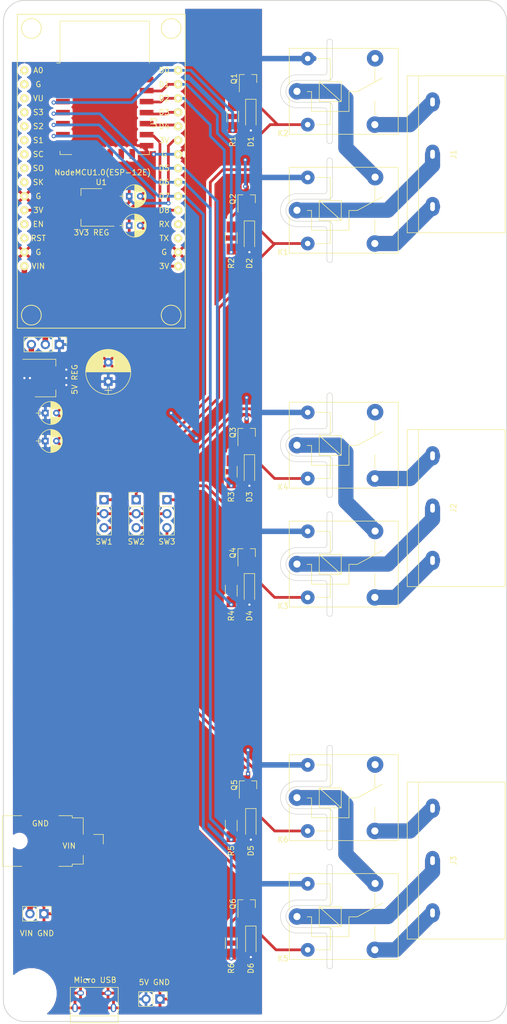
<source format=kicad_pcb>
(kicad_pcb (version 20171130) (host pcbnew "(5.1.12-1-10_14)")
  (layers (0 F.Cu signal) (31 B.Cu signal) (34 B.Paste user) (35 F.Paste user) (36 B.SilkS user) (37 F.SilkS user) (38 B.Mask user) (39 F.Mask user) (44 Edge.Cuts user))
  (net 0 "")
  (net 1 GND)
  (net 2 5V)
  (net 3 "Net-(J1-Pad3)")
  (net 4 "Net-(J1-Pad2)")
  (net 5 "Net-(J1-Pad1)")
  (net 6 "Net-(J2-Pad1)")
  (net 7 "Net-(J2-Pad2)")
  (net 8 "Net-(J2-Pad3)")
  (net 9 "Net-(J3-Pad3)")
  (net 10 "Net-(J3-Pad2)")
  (net 11 "Net-(J3-Pad1)")
  (net 12 "Net-(Q1-Pad1)")
  (net 13 "Net-(Q2-Pad1)")
  (net 14 "Net-(Q3-Pad1)")
  (net 15 "Net-(Q4-Pad1)")
  (net 16 "Net-(Q5-Pad1)")
  (net 17 "Net-(Q6-Pad1)")
  (net 18 SW1_1)
  (net 19 SW1_2)
  (net 20 SW2_1)
  (net 21 SW2_2)
  (net 22 SW3_1)
  (net 23 SW3_2)
  (net 24 "Net-(U1-Pad1)")
  (net 25 "Net-(U1-Pad2)")
  (net 26 "Net-(U1-Pad3)")
  (net 27 "Net-(U1-Pad4)")
  (net 28 "Net-(U1-Pad5)")
  (net 29 "Net-(U1-Pad6)")
  (net 30 "Net-(U1-Pad7)")
  (net 31 "Net-(U1-Pad8)")
  (net 32 "Net-(U1-Pad9)")
  (net 33 "Net-(U1-Pad18)")
  (net 34 "Net-(U1-Pad19)")
  (net 35 VIN)
  (net 36 D0)
  (net 37 D1)
  (net 38 D2)
  (net 39 D5)
  (net 40 "Net-(K1-Pad4)")
  (net 41 "Net-(K2-Pad4)")
  (net 42 "Net-(K3-Pad4)")
  (net 43 "Net-(K4-Pad4)")
  (net 44 "Net-(K5-Pad4)")
  (net 45 "Net-(K6-Pad4)")
  (net 46 MCU_VIN)
  (net 47 D6)
  (net 48 D7)
  (net 49 D8_DO_NOT_USE)
  (net 50 D4_DO_NOT_USE)
  (net 51 D3_DO_NOT_USE)
  (net 52 3V3)
  (net 53 "Net-(U1-Pad12)")
  (net 54 "Net-(U1-Pad13)")
  (net 55 "Net-(J4-Pad4)")
  (net 56 "Net-(J4-Pad3)")
  (net 57 "Net-(J4-Pad2)")
  (module RF_Modules:ESP-12E (layer F.Cu) (at 18.415 15.875)
    (fp_text reference U3 (at 8.89 6.35 90) (layer F.SilkS))
    (fp_text value ESP-12E hide)
    (pad 1 smd rect (at -7.6 -3.5) (size 2.5 1) (layers F.Cu F.Paste F.Mask))
    (pad 2 smd rect (at -7.6 -1.5) (size 2.5 1) (layers F.Cu F.Paste F.Mask))
    (pad 3 smd rect (at -7.6 0.5) (size 2.5 1) (layers F.Cu F.Paste F.Mask))
    (pad 4 smd rect (at -7.6 2.5) (size 2.5 1) (layers F.Cu F.Paste F.Mask) (net 36 D0))
    (pad 5 smd rect (at -7.6 4.5) (size 2.5 1) (layers F.Cu F.Paste F.Mask) (net 39 D5))
    (pad 6 smd rect (at -7.6 6.5) (size 2.5 1) (layers F.Cu F.Paste F.Mask) (net 47 D6))
    (pad 7 smd rect (at -7.6 8.5) (size 2.5 1) (layers F.Cu F.Paste F.Mask) (net 48 D7))
    (pad 8 smd rect (at -7.6 10.5) (size 2.5 1) (layers F.Cu F.Paste F.Mask) (net 52 3V3))
    (pad 9 smd rect (at -5 12) (size 1 1.8) (layers F.Cu F.Paste F.Mask))
    (pad 10 smd rect (at -3 12) (size 1 1.8) (layers F.Cu F.Paste F.Mask))
    (pad 11 smd rect (at -1 12) (size 1 1.8) (layers F.Cu F.Paste F.Mask))
    (pad 12 smd rect (at 1 12) (size 1 1.8) (layers F.Cu F.Paste F.Mask))
    (pad 13 smd rect (at 3 12) (size 1 1.8) (layers F.Cu F.Paste F.Mask))
    (pad 14 smd rect (at 5 12) (size 1 1.8) (layers F.Cu F.Paste F.Mask))
    (pad 15 smd rect (at 7.6 10.5) (size 2.5 1) (layers F.Cu F.Paste F.Mask) (net 1 GND))
    (pad 16 smd rect (at 7.6 8.5) (size 2.5 1) (layers F.Cu F.Paste F.Mask) (net 49 D8_DO_NOT_USE))
    (pad 17 smd rect (at 7.6 6.5) (size 2.5 1) (layers F.Cu F.Paste F.Mask) (net 50 D4_DO_NOT_USE))
    (pad 18 smd rect (at 7.6 4.5) (size 2.5 1) (layers F.Cu F.Paste F.Mask) (net 51 D3_DO_NOT_USE))
    (pad 19 smd rect (at 7.6 2.5) (size 2.5 1) (layers F.Cu F.Paste F.Mask) (net 38 D2))
    (pad 20 smd rect (at 7.6 0.5) (size 2.5 1) (layers F.Cu F.Paste F.Mask) (net 37 D1))
    (pad 21 smd rect (at 7.6 -1.5) (size 2.5 1) (layers F.Cu F.Paste F.Mask))
    (pad 22 smd rect (at 7.6 -3.5) (size 2.5 1) (layers F.Cu F.Paste F.Mask))
  )
  (module Capacitors_THT:CP_Radial_D4.0mm_P2.00mm (layer F.Cu) (at 22.86 35.56)
    (fp_text reference C4 hide)
    (fp_text value CAP)
    (pad 1 thru_hole rect (at 0 0) (size 1.2 1.2) (drill 0.6) (layers *.Cu *.Mask) (net 52 3V3))
    (pad 2 thru_hole circle (at 2 0) (size 1.2 1.2) (drill 0.6) (layers *.Cu *.Mask) (net 1 GND))
  )
  (module Capacitors_THT:CP_Radial_D4.0mm_P2.00mm (layer F.Cu) (at 22.86 40.894)
    (fp_text reference C3 hide)
    (fp_text value CAP)
    (pad 1 thru_hole rect (at 0 0) (size 1.2 1.2) (drill 0.6) (layers *.Cu *.Mask) (net 52 3V3))
    (pad 2 thru_hole circle (at 2 0) (size 1.2 1.2) (drill 0.6) (layers *.Cu *.Mask) (net 1 GND))
  )
  (module TO_SOT_Packages_SMD:SOT-223-3_TabPin2 (layer F.Cu) (at 16.002 37.592 180)
    (fp_text reference U4 hide)
    (fp_text value AMS1117-3.3)
    (pad 2 smd rect (at 3.15 0 180) (size 2 3.8) (layers F.Cu F.Paste F.Mask) (net 52 3V3))
    (pad 2 smd rect (at -3.15 0 180) (size 2 1.5) (layers F.Cu F.Paste F.Mask) (net 52 3V3))
    (pad 3 smd rect (at -3.15 2.3 180) (size 2 1.5) (layers F.Cu F.Paste F.Mask) (net 35 VIN))
    (pad 1 smd rect (at -3.15 -2.3 180) (size 2 1.5) (layers F.Cu F.Paste F.Mask) (net 1 GND))
  )
  (module Pin_Headers:Pin_Header_Straight_1x03_Pitch2.54mm (layer F.Cu) (at 10.16 62.484 270)
    (fp_text reference J7 hide)
    (fp_text value Conn_01x03_Male)
    (pad 1 thru_hole rect (at 0 0 270) (size 1.7 1.7) (drill 1) (layers *.Cu *.Mask) (net 2 5V))
    (pad 2 thru_hole oval (at 0 2.54 270) (size 1.7 1.7) (drill 1) (layers *.Cu *.Mask) (net 46 MCU_VIN))
    (pad 3 thru_hole oval (at 0 5.08 270) (size 1.7 1.7) (drill 1) (layers *.Cu *.Mask) (net 35 VIN))
  )
  (module Pin_Headers:Pin_Header_Straight_1x02_Pitch2.54mm (layer F.Cu) (at 7.366 165.862 270)
    (fp_text reference J6 hide)
    (fp_text value Conn_01x02_Male)
    (pad 1 thru_hole rect (at 0 0 270) (size 1.7 1.7) (drill 1) (layers *.Cu *.Mask) (net 1 GND))
    (pad 2 thru_hole oval (at 0 2.54 270) (size 1.7 1.7) (drill 1) (layers *.Cu *.Mask) (net 35 VIN))
  )
  (module footprints:TerminalBlock_HB-9500-3_P9.50mm (layer F.Cu) (at 77.978 92.202 90)
    (fp_text reference J2 (at 0 3.81 90) (layer F.SilkS))
    (fp_text value Terminal_01x03 hide)
    (pad 2 thru_hole oval (at 0 0 90) (size 3.5 2.5) (drill oval 1.65 0.85) (layers *.Cu *.Mask) (net 7 "Net-(J2-Pad2)"))
    (pad 1 thru_hole oval (at -9.5 0 90) (size 3.5 2.5) (drill oval 1.65 0.85) (layers *.Cu *.Mask) (net 6 "Net-(J2-Pad1)"))
    (pad 3 thru_hole oval (at 9.5 0 90) (size 3.5 2.5) (drill oval 1.65 0.85) (layers *.Cu *.Mask) (net 8 "Net-(J2-Pad3)"))
  )
  (module footprints:TerminalBlock_HB-9500-3_P9.50mm (layer F.Cu) (at 77.978 156.21 90)
    (fp_text reference J3 (at 0 3.81 90) (layer F.SilkS))
    (fp_text value Terminal_01x03 hide)
    (pad 2 thru_hole oval (at 0 0 90) (size 3.5 2.5) (drill oval 1.65 0.85) (layers *.Cu *.Mask) (net 10 "Net-(J3-Pad2)"))
    (pad 1 thru_hole oval (at -9.5 0 90) (size 3.5 2.5) (drill oval 1.65 0.85) (layers *.Cu *.Mask) (net 11 "Net-(J3-Pad1)"))
    (pad 3 thru_hole oval (at 9.5 0 90) (size 3.5 2.5) (drill oval 1.65 0.85) (layers *.Cu *.Mask) (net 9 "Net-(J3-Pad3)"))
  )
  (module footprints:TerminalBlock_HB-9500-3_P9.50mm (layer F.Cu) (at 77.978 27.94 90)
    (fp_text reference J1 (at 0 3.81 90) (layer F.SilkS))
    (fp_text value Terminal_01x03 hide)
    (pad 2 thru_hole oval (at 0 0 90) (size 3.5 2.5) (drill oval 1.65 0.85) (layers *.Cu *.Mask) (net 4 "Net-(J1-Pad2)"))
    (pad 1 thru_hole oval (at -9.5 0 90) (size 3.5 2.5) (drill oval 1.65 0.85) (layers *.Cu *.Mask) (net 5 "Net-(J1-Pad1)"))
    (pad 3 thru_hole oval (at 9.5 0 90) (size 3.5 2.5) (drill oval 1.65 0.85) (layers *.Cu *.Mask) (net 3 "Net-(J1-Pad3)"))
  )
  (module Relays_THT:Relay_SPDT_SANYOU_SRD_Series_Form_C (layer F.Cu) (at 53.34 102.362)
    (fp_text reference K3 (at -2.54 7.62) (layer F.SilkS))
    (fp_text value SRD-05BDC-SL-C hide)
    (pad 2 thru_hole circle (at 1.95 6.05 90) (size 2.5 2.5) (drill 1) (layers *.Cu *.Mask) (net 21 SW2_2))
    (pad 3 thru_hole circle (at 14.15 6.05 90) (size 3 3) (drill 1.3) (layers *.Cu *.Mask) (net 6 "Net-(J2-Pad1)"))
    (pad 4 thru_hole circle (at 14.2 -6 90) (size 3 3) (drill 1.3) (layers *.Cu *.Mask) (net 42 "Net-(K3-Pad4)"))
    (pad 5 thru_hole circle (at 1.95 -5.95 90) (size 2.5 2.5) (drill 1) (layers *.Cu *.Mask) (net 2 5V))
    (pad 1 thru_hole circle (at 0 0 90) (size 3 3) (drill 1.3) (layers *.Cu *.Mask) (net 7 "Net-(J2-Pad2)"))
  )
  (module Relays_THT:Relay_SPDT_SANYOU_SRD_Series_Form_C (layer F.Cu) (at 53.34 80.772)
    (fp_text reference K4 (at -2.54 7.62) (layer F.SilkS))
    (fp_text value SRD-05BDC-SL-C hide)
    (pad 2 thru_hole circle (at 1.95 6.05 90) (size 2.5 2.5) (drill 1) (layers *.Cu *.Mask) (net 20 SW2_1))
    (pad 3 thru_hole circle (at 14.15 6.05 90) (size 3 3) (drill 1.3) (layers *.Cu *.Mask) (net 8 "Net-(J2-Pad3)"))
    (pad 4 thru_hole circle (at 14.2 -6 90) (size 3 3) (drill 1.3) (layers *.Cu *.Mask) (net 43 "Net-(K4-Pad4)"))
    (pad 5 thru_hole circle (at 1.95 -5.95 90) (size 2.5 2.5) (drill 1) (layers *.Cu *.Mask) (net 2 5V))
    (pad 1 thru_hole circle (at 0 0 90) (size 3 3) (drill 1.3) (layers *.Cu *.Mask) (net 42 "Net-(K3-Pad4)"))
  )
  (module Relays_THT:Relay_SPDT_SANYOU_SRD_Series_Form_C (layer F.Cu) (at 53.34 166.37)
    (fp_text reference K5 (at -2.54 7.62) (layer F.SilkS))
    (fp_text value SRD-05BDC-SL-C hide)
    (pad 2 thru_hole circle (at 1.95 6.05 90) (size 2.5 2.5) (drill 1) (layers *.Cu *.Mask) (net 23 SW3_2))
    (pad 3 thru_hole circle (at 14.15 6.05 90) (size 3 3) (drill 1.3) (layers *.Cu *.Mask) (net 11 "Net-(J3-Pad1)"))
    (pad 4 thru_hole circle (at 14.2 -6 90) (size 3 3) (drill 1.3) (layers *.Cu *.Mask) (net 44 "Net-(K5-Pad4)"))
    (pad 5 thru_hole circle (at 1.95 -5.95 90) (size 2.5 2.5) (drill 1) (layers *.Cu *.Mask) (net 2 5V))
    (pad 1 thru_hole circle (at 0 0 90) (size 3 3) (drill 1.3) (layers *.Cu *.Mask) (net 10 "Net-(J3-Pad2)"))
  )
  (module Relays_THT:Relay_SPDT_SANYOU_SRD_Series_Form_C (layer F.Cu) (at 53.34 144.78)
    (fp_text reference K6 (at -2.54 7.62) (layer F.SilkS))
    (fp_text value SRD-05BDC-SL-C hide)
    (pad 2 thru_hole circle (at 1.95 6.05 90) (size 2.5 2.5) (drill 1) (layers *.Cu *.Mask) (net 22 SW3_1))
    (pad 3 thru_hole circle (at 14.15 6.05 90) (size 3 3) (drill 1.3) (layers *.Cu *.Mask) (net 9 "Net-(J3-Pad3)"))
    (pad 4 thru_hole circle (at 14.2 -6 90) (size 3 3) (drill 1.3) (layers *.Cu *.Mask) (net 45 "Net-(K6-Pad4)"))
    (pad 5 thru_hole circle (at 1.95 -5.95 90) (size 2.5 2.5) (drill 1) (layers *.Cu *.Mask) (net 2 5V))
    (pad 1 thru_hole circle (at 0 0 90) (size 3 3) (drill 1.3) (layers *.Cu *.Mask) (net 44 "Net-(K5-Pad4)"))
  )
  (module Relays_THT:Relay_SPDT_SANYOU_SRD_Series_Form_C (layer F.Cu) (at 53.34 16.51)
    (fp_text reference K2 (at -2.54 7.62) (layer F.SilkS))
    (fp_text value SRD-05BDC-SL-C hide)
    (pad 2 thru_hole circle (at 1.95 6.05 90) (size 2.5 2.5) (drill 1) (layers *.Cu *.Mask) (net 18 SW1_1))
    (pad 3 thru_hole circle (at 14.15 6.05 90) (size 3 3) (drill 1.3) (layers *.Cu *.Mask) (net 3 "Net-(J1-Pad3)"))
    (pad 4 thru_hole circle (at 14.2 -6 90) (size 3 3) (drill 1.3) (layers *.Cu *.Mask) (net 41 "Net-(K2-Pad4)"))
    (pad 5 thru_hole circle (at 1.95 -5.95 90) (size 2.5 2.5) (drill 1) (layers *.Cu *.Mask) (net 2 5V))
    (pad 1 thru_hole circle (at 0 0 90) (size 3 3) (drill 1.3) (layers *.Cu *.Mask) (net 40 "Net-(K1-Pad4)"))
  )
  (module Relays_THT:Relay_SPDT_SANYOU_SRD_Series_Form_C (layer F.Cu) (at 53.34 38.1)
    (fp_text reference K1 (at -2.54 7.62) (layer F.SilkS))
    (fp_text value SRD-05BDC-SL-C hide)
    (pad 2 thru_hole circle (at 1.95 6.05 90) (size 2.5 2.5) (drill 1) (layers *.Cu *.Mask) (net 19 SW1_2))
    (pad 3 thru_hole circle (at 14.15 6.05 90) (size 3 3) (drill 1.3) (layers *.Cu *.Mask) (net 5 "Net-(J1-Pad1)"))
    (pad 4 thru_hole circle (at 14.2 -6 90) (size 3 3) (drill 1.3) (layers *.Cu *.Mask) (net 40 "Net-(K1-Pad4)"))
    (pad 5 thru_hole circle (at 1.95 -5.95 90) (size 2.5 2.5) (drill 1) (layers *.Cu *.Mask) (net 2 5V))
    (pad 1 thru_hole circle (at 0 0 90) (size 3 3) (drill 1.3) (layers *.Cu *.Mask) (net 4 "Net-(J1-Pad2)"))
  )
  (module Mounting_Holes:MountingHole_3.2mm_M3 (layer F.Cu) (at 5.08 5.08)
    (fp_text reference REF** hide)
    (fp_text value MountingHole_3.2mm_M3)
    (pad "" np_thru_hole circle (at 0 0) (size 3.2 3.2) (drill 3.2) (layers *.Cu *.Mask) (clearance 3))
  )
  (module Mounting_Holes:MountingHole_3.2mm_M3 (layer F.Cu) (at 86.36 5.08)
    (fp_text reference REF** hide)
    (fp_text value MountingHole_3.2mm_M3)
    (pad "" np_thru_hole circle (at 0 0) (size 3.2 3.2) (drill 3.2) (layers *.Cu *.Mask) (clearance 3))
  )
  (module Mounting_Holes:MountingHole_3.2mm_M3 (layer F.Cu) (at 86.36 180.34)
    (fp_text reference REF** hide)
    (fp_text value MountingHole_3.2mm_M3)
    (pad "" np_thru_hole circle (at 0 0) (size 3.2 3.2) (drill 3.2) (layers *.Cu *.Mask) (clearance 3))
  )
  (module Mounting_Holes:MountingHole_3.2mm_M3 (layer F.Cu) (at 5.08 180.34)
    (fp_text reference REF** hide)
    (fp_text value MountingHole_3.2mm_M3)
    (pad "" np_thru_hole circle (at 0 0) (size 3.2 3.2) (drill 3.2) (layers *.Cu *.Mask) (clearance 3))
  )
  (module Connectors:Barrel_Jack_CUI_PJ-036AH-SMT (layer F.Cu) (at 9.906 152.654 270)
    (fp_text reference J0 hide)
    (fp_text value Barrel_Jack)
    (pad 1 smd rect (at 0.7 -5.8 270) (size 3.3 4.4) (layers F.Cu F.Paste F.Mask) (net 35 VIN))
    (pad 2 smd rect (at -6.45 3.2 270) (size 3.9 6.2) (layers F.Cu F.Paste F.Mask) (net 1 GND))
    (pad 3 smd rect (at 6.45 3.2 270) (size 3.9 6.2) (layers F.Cu F.Paste F.Mask))
    (pad "" np_thru_hole circle (at 0 7 270) (size 2 2) (drill 2) (layers *.Cu *.Mask))
  )
  (module Resistors_SMD:R_1206_HandSoldering (layer F.Cu) (at 41.656 21.082 270)
    (fp_text reference R1 (at 4.54 0 270) (layer F.SilkS))
    (fp_text value 220 hide)
    (pad 1 smd rect (at -2 0 270) (size 2 1.7) (layers F.Cu F.Paste F.Mask) (net 12 "Net-(Q1-Pad1)"))
    (pad 2 smd rect (at 2 0 270) (size 2 1.7) (layers F.Cu F.Paste F.Mask) (net 36 D0))
  )
  (module Resistors_SMD:R_1206_HandSoldering (layer F.Cu) (at 41.402 43.148 270)
    (fp_text reference R2 (at 4.604 0 270) (layer F.SilkS))
    (fp_text value 220 hide)
    (pad 1 smd rect (at -2 0 270) (size 2 1.7) (layers F.Cu F.Paste F.Mask) (net 13 "Net-(Q2-Pad1)"))
    (pad 2 smd rect (at 2 0 270) (size 2 1.7) (layers F.Cu F.Paste F.Mask) (net 37 D1))
  )
  (module Resistors_SMD:R_1206_HandSoldering (layer F.Cu) (at 41.402 85.598 270)
    (fp_text reference R3 (at 4.572 0 270) (layer F.SilkS))
    (fp_text value 220 hide)
    (pad 1 smd rect (at -2 0 270) (size 2 1.7) (layers F.Cu F.Paste F.Mask) (net 14 "Net-(Q3-Pad1)"))
    (pad 2 smd rect (at 2 0 270) (size 2 1.7) (layers F.Cu F.Paste F.Mask) (net 38 D2))
  )
  (module Resistors_SMD:R_1206_HandSoldering (layer F.Cu) (at 41.402 107.188 270)
    (fp_text reference R4 (at 4.572 0 270) (layer F.SilkS))
    (fp_text value 220 hide)
    (pad 1 smd rect (at -2 0 270) (size 2 1.7) (layers F.Cu F.Paste F.Mask) (net 15 "Net-(Q4-Pad1)"))
    (pad 2 smd rect (at 2 0 270) (size 2 1.7) (layers F.Cu F.Paste F.Mask) (net 39 D5))
  )
  (module Resistors_SMD:R_1206_HandSoldering (layer F.Cu) (at 41.402 149.86 270)
    (fp_text reference R5 (at 4.572 0 270) (layer F.SilkS))
    (fp_text value 220 hide)
    (pad 1 smd rect (at -2 0 270) (size 2 1.7) (layers F.Cu F.Paste F.Mask) (net 16 "Net-(Q5-Pad1)"))
    (pad 2 smd rect (at 2 0 270) (size 2 1.7) (layers F.Cu F.Paste F.Mask) (net 47 D6))
  )
  (module Resistors_SMD:R_1206_HandSoldering (layer F.Cu) (at 41.402 171.196 270)
    (fp_text reference R6 (at 4.572 0 270) (layer F.SilkS))
    (fp_text value 220 hide)
    (pad 1 smd rect (at -2 0 270) (size 2 1.7) (layers F.Cu F.Paste F.Mask) (net 17 "Net-(Q6-Pad1)"))
    (pad 2 smd rect (at 2 0 270) (size 2 1.7) (layers F.Cu F.Paste F.Mask) (net 48 D7))
  )
  (module TO_SOT_Packages_SMD:SOT-23_Handsoldering (layer F.Cu) (at 44.45 14.224 90)
    (fp_text reference Q1 (at 0 -2.54 90) (layer F.SilkS))
    (fp_text value Q_NPN_BCE hide)
    (pad 1 smd rect (at -1.5 -0.95 90) (size 1.9 0.8) (layers F.Cu F.Paste F.Mask) (net 12 "Net-(Q1-Pad1)"))
    (pad 2 smd rect (at -1.5 0.95 90) (size 1.9 0.8) (layers F.Cu F.Paste F.Mask) (net 18 SW1_1))
    (pad 3 smd rect (at 1.5 0 90) (size 1.9 0.8) (layers F.Cu F.Paste F.Mask) (net 1 GND))
  )
  (module TO_SOT_Packages_SMD:SOT-23_Handsoldering (layer F.Cu) (at 44.196 36.068 90)
    (fp_text reference Q2 (at 0 -2.5 90) (layer F.SilkS))
    (fp_text value Q_NPN_BCE hide)
    (pad 3 smd rect (at 1.5 0 90) (size 1.9 0.8) (layers F.Cu F.Paste F.Mask) (net 1 GND))
    (pad 2 smd rect (at -1.5 0.95 90) (size 1.9 0.8) (layers F.Cu F.Paste F.Mask) (net 19 SW1_2))
    (pad 1 smd rect (at -1.5 -0.95 90) (size 1.9 0.8) (layers F.Cu F.Paste F.Mask) (net 13 "Net-(Q2-Pad1)"))
  )
  (module TO_SOT_Packages_SMD:SOT-23_Handsoldering (layer F.Cu) (at 44.196 78.486 90)
    (fp_text reference Q3 (at 0 -2.5 90) (layer F.SilkS))
    (fp_text value Q_NPN_BCE)
    (pad 1 smd rect (at -1.5 -0.95 90) (size 1.9 0.8) (layers F.Cu F.Paste F.Mask) (net 14 "Net-(Q3-Pad1)"))
    (pad 2 smd rect (at -1.5 0.95 90) (size 1.9 0.8) (layers F.Cu F.Paste F.Mask) (net 20 SW2_1))
    (pad 3 smd rect (at 1.5 0 90) (size 1.9 0.8) (layers F.Cu F.Paste F.Mask) (net 1 GND))
  )
  (module TO_SOT_Packages_SMD:SOT-23_Handsoldering (layer F.Cu) (at 44.196 100.33 90)
    (fp_text reference Q4 (at 0 -2.5 90) (layer F.SilkS))
    (fp_text value Q_NPN_BCE)
    (pad 3 smd rect (at 1.5 0 90) (size 1.9 0.8) (layers F.Cu F.Paste F.Mask) (net 1 GND))
    (pad 2 smd rect (at -1.5 0.95 90) (size 1.9 0.8) (layers F.Cu F.Paste F.Mask) (net 21 SW2_2))
    (pad 1 smd rect (at -1.5 -0.95 90) (size 1.9 0.8) (layers F.Cu F.Paste F.Mask) (net 15 "Net-(Q4-Pad1)"))
  )
  (module TO_SOT_Packages_SMD:SOT-23_Handsoldering (layer F.Cu) (at 44.45 142.494 90)
    (fp_text reference Q5 (at 0 -2.5 90) (layer F.SilkS))
    (fp_text value Q_NPN_BCE)
    (pad 1 smd rect (at -1.5 -0.95 90) (size 1.9 0.8) (layers F.Cu F.Paste F.Mask) (net 16 "Net-(Q5-Pad1)"))
    (pad 2 smd rect (at -1.5 0.95 90) (size 1.9 0.8) (layers F.Cu F.Paste F.Mask) (net 22 SW3_1))
    (pad 3 smd rect (at 1.5 0 90) (size 1.9 0.8) (layers F.Cu F.Paste F.Mask) (net 1 GND))
  )
  (module TO_SOT_Packages_SMD:SOT-23_Handsoldering (layer F.Cu) (at 44.196 164.084 90)
    (fp_text reference Q6 (at 0 -2.5 90) (layer F.SilkS))
    (fp_text value Q_NPN_BCE)
    (pad 3 smd rect (at 1.5 0 90) (size 1.9 0.8) (layers F.Cu F.Paste F.Mask) (net 1 GND))
    (pad 2 smd rect (at -1.5 0.95 90) (size 1.9 0.8) (layers F.Cu F.Paste F.Mask) (net 23 SW3_2))
    (pad 1 smd rect (at -1.5 -0.95 90) (size 1.9 0.8) (layers F.Cu F.Paste F.Mask) (net 17 "Net-(Q6-Pad1)"))
  )
  (module LEDs:LED_1206_HandSoldering (layer F.Cu) (at 44.958 21.05 270)
    (fp_text reference D1 (at 4.604 0 270) (layer F.SilkS))
    (fp_text value DIODE)
    (pad 1 smd rect (at -2 0 270) (size 2 1.7) (layers F.Cu F.Paste F.Mask) (net 18 SW1_1))
    (pad 2 smd rect (at 2 0 270) (size 2 1.7) (layers F.Cu F.Paste F.Mask) (net 2 5V))
  )
  (module LEDs:LED_1206_HandSoldering (layer F.Cu) (at 44.704 43.148 270)
    (fp_text reference D2 (at 4.604 0 270) (layer F.SilkS))
    (fp_text value DIODE)
    (pad 2 smd rect (at 2 0 270) (size 2 1.7) (layers F.Cu F.Paste F.Mask) (net 2 5V))
    (pad 1 smd rect (at -2 0 270) (size 2 1.7) (layers F.Cu F.Paste F.Mask) (net 19 SW1_2))
  )
  (module LEDs:LED_1206_HandSoldering (layer F.Cu) (at 44.704 85.598 270)
    (fp_text reference D3 (at 4.572 0 270) (layer F.SilkS))
    (fp_text value DIODE)
    (pad 1 smd rect (at -2 0 270) (size 2 1.7) (layers F.Cu F.Paste F.Mask) (net 20 SW2_1))
    (pad 2 smd rect (at 2 0 270) (size 2 1.7) (layers F.Cu F.Paste F.Mask) (net 2 5V))
  )
  (module LEDs:LED_1206_HandSoldering (layer F.Cu) (at 44.704 107.188 270)
    (fp_text reference D4 (at 4.572 0 270) (layer F.SilkS))
    (fp_text value DIODE)
    (pad 2 smd rect (at 2 0 270) (size 2 1.7) (layers F.Cu F.Paste F.Mask) (net 2 5V))
    (pad 1 smd rect (at -2 0 270) (size 2 1.7) (layers F.Cu F.Paste F.Mask) (net 21 SW2_2))
  )
  (module LEDs:LED_1206_HandSoldering (layer F.Cu) (at 44.958 149.86 270)
    (fp_text reference D5 (at 4.572 0 270) (layer F.SilkS))
    (fp_text value DIODE)
    (pad 1 smd rect (at -2 0 270) (size 2 1.7) (layers F.Cu F.Paste F.Mask) (net 22 SW3_1))
    (pad 2 smd rect (at 2 0 270) (size 2 1.7) (layers F.Cu F.Paste F.Mask) (net 2 5V))
  )
  (module LEDs:LED_1206_HandSoldering (layer F.Cu) (at 44.958 171.196 270)
    (fp_text reference D6 (at 4.572 0 270) (layer F.SilkS))
    (fp_text value DIODE)
    (pad 2 smd rect (at 2 0 270) (size 2 1.7) (layers F.Cu F.Paste F.Mask) (net 2 5V))
    (pad 1 smd rect (at -2 0 270) (size 2 1.7) (layers F.Cu F.Paste F.Mask) (net 23 SW3_2))
  )
  (module Pin_Headers:Pin_Header_Straight_1x03_Pitch2.54mm (layer F.Cu) (at 18.288 90.678)
    (fp_text reference SW1 (at 0 7.62 -180) (layer F.SilkS))
    (fp_text value SW_SPDT)
    (pad 1 thru_hole rect (at 0 0) (size 1.7 1.7) (drill 1) (layers *.Cu *.Mask) (net 18 SW1_1))
    (pad 2 thru_hole oval (at 0 2.54) (size 1.7 1.7) (drill 1) (layers *.Cu *.Mask) (net 1 GND))
    (pad 3 thru_hole oval (at 0 5.08) (size 1.7 1.7) (drill 1) (layers *.Cu *.Mask) (net 19 SW1_2))
  )
  (module Pin_Headers:Pin_Header_Straight_1x03_Pitch2.54mm (layer F.Cu) (at 24.13 90.678)
    (fp_text reference SW2 (at 0 7.62 -180) (layer F.SilkS))
    (fp_text value SW_SPDT)
    (pad 3 thru_hole oval (at 0 5.08) (size 1.7 1.7) (drill 1) (layers *.Cu *.Mask) (net 21 SW2_2))
    (pad 2 thru_hole oval (at 0 2.54) (size 1.7 1.7) (drill 1) (layers *.Cu *.Mask) (net 1 GND))
    (pad 1 thru_hole rect (at 0 0) (size 1.7 1.7) (drill 1) (layers *.Cu *.Mask) (net 20 SW2_1))
  )
  (module Pin_Headers:Pin_Header_Straight_1x03_Pitch2.54mm (layer F.Cu) (at 29.718 90.678)
    (fp_text reference SW3 (at 0 7.62 -180) (layer F.SilkS))
    (fp_text value SW_SPDT)
    (pad 3 thru_hole oval (at 0 5.08) (size 1.7 1.7) (drill 1) (layers *.Cu *.Mask) (net 23 SW3_2))
    (pad 2 thru_hole oval (at 0 2.54) (size 1.7 1.7) (drill 1) (layers *.Cu *.Mask) (net 1 GND))
    (pad 1 thru_hole rect (at 0 0) (size 1.7 1.7) (drill 1) (layers *.Cu *.Mask) (net 22 SW3_1))
  )
  (module ESP8266:NodeMCU-LoLinV3 (layer F.Cu) (at 17.78 33.02)
    (fp_text reference U1 (at 0 0) (layer F.SilkS))
    (fp_text value "NodeMCU1.0(ESP-12E)")
    (fp_text user VIN (at -11.43 15.24) (layer F.SilkS))
    (fp_text user G (at -11.43 12.7) (layer F.SilkS))
    (fp_text user RST (at -11.43 10.16) (layer F.SilkS))
    (fp_text user EN (at -11.43 7.62) (layer F.SilkS))
    (fp_text user 3V (at -11.43 5.08) (layer F.SilkS))
    (fp_text user G (at -11.43 2.54) (layer F.SilkS))
    (fp_text user SK (at -11.43 0) (layer F.SilkS))
    (fp_text user SO (at -11.43 -2.54) (layer F.SilkS))
    (fp_text user SC (at -11.43 -5.08) (layer F.SilkS))
    (fp_text user S1 (at -11.43 -7.62) (layer F.SilkS))
    (fp_text user S2 (at -11.43 -10.16) (layer F.SilkS))
    (fp_text user S3 (at -11.43 -12.7) (layer F.SilkS))
    (fp_text user VU (at -11.43 -15.24) (layer F.SilkS))
    (fp_text user G (at -11.43 -17.78) (layer F.SilkS))
    (fp_text user A0 (at -11.43 -20.32) (layer F.SilkS))
    (fp_text user 3V (at 11.43 15.24) (layer F.SilkS))
    (fp_text user G (at 11.43 12.7) (layer F.SilkS))
    (fp_text user TX (at 11.43 10.16) (layer F.SilkS))
    (fp_text user RX (at 11.43 7.62) (layer F.SilkS))
    (fp_text user D8 (at 11.43 5.08) (layer F.SilkS))
    (fp_text user D7 (at 11.43 2.54) (layer F.SilkS))
    (fp_text user D6 (at 11.43 0) (layer F.SilkS))
    (fp_text user D5 (at 11.43 -2.54) (layer F.SilkS))
    (fp_text user G (at 11.43 -5.08) (layer F.SilkS))
    (fp_text user 3V (at 11.43 -7.62) (layer F.SilkS))
    (fp_text user D4 (at 11.43 -10.16) (layer F.SilkS))
    (fp_text user D3 (at 11.43 -12.7) (layer F.SilkS))
    (fp_text user D2 (at 11.43 -15.24) (layer F.SilkS))
    (fp_text user D1 (at 11.43 -17.78) (layer F.SilkS))
    (fp_text user D0 (at 11.43 -20.32) (layer F.SilkS))
    (pad 1 thru_hole circle (at -13.97 -20.32) (size 1.524 1.524) (drill 0.762) (layers *.Cu *.Mask F.SilkS) (net 24 "Net-(U1-Pad1)"))
    (pad 2 thru_hole circle (at -13.97 -17.78) (size 1.524 1.524) (drill 0.762) (layers *.Cu *.Mask F.SilkS) (net 25 "Net-(U1-Pad2)"))
    (pad 3 thru_hole circle (at -13.97 -15.24) (size 1.524 1.524) (drill 0.762) (layers *.Cu *.Mask F.SilkS) (net 26 "Net-(U1-Pad3)"))
    (pad 4 thru_hole circle (at -13.97 -12.7) (size 1.524 1.524) (drill 0.762) (layers *.Cu *.Mask F.SilkS) (net 27 "Net-(U1-Pad4)"))
    (pad 5 thru_hole circle (at -13.97 -10.16) (size 1.524 1.524) (drill 0.762) (layers *.Cu *.Mask F.SilkS) (net 28 "Net-(U1-Pad5)"))
    (pad 6 thru_hole circle (at -13.97 -7.62) (size 1.524 1.524) (drill 0.762) (layers *.Cu *.Mask F.SilkS) (net 29 "Net-(U1-Pad6)"))
    (pad 7 thru_hole circle (at -13.97 -5.08) (size 1.524 1.524) (drill 0.762) (layers *.Cu *.Mask F.SilkS) (net 30 "Net-(U1-Pad7)"))
    (pad 8 thru_hole circle (at -13.97 -2.54) (size 1.524 1.524) (drill 0.762) (layers *.Cu *.Mask F.SilkS) (net 31 "Net-(U1-Pad8)"))
    (pad 9 thru_hole circle (at -13.97 0) (size 1.524 1.524) (drill 0.762) (layers *.Cu *.Mask F.SilkS) (net 32 "Net-(U1-Pad9)"))
    (pad 10 thru_hole circle (at -13.97 2.54) (size 1.524 1.524) (drill 0.762) (layers *.Cu *.Mask F.SilkS) (net 1 GND))
    (pad 11 thru_hole circle (at -13.97 5.08) (size 1.524 1.524) (drill 0.762) (layers *.Cu *.Mask F.SilkS) (net 52 3V3))
    (pad 12 thru_hole circle (at -13.97 7.62) (size 1.524 1.524) (drill 0.762) (layers *.Cu *.Mask F.SilkS) (net 53 "Net-(U1-Pad12)"))
    (pad 13 thru_hole circle (at -13.97 10.16) (size 1.524 1.524) (drill 0.762) (layers *.Cu *.Mask F.SilkS) (net 54 "Net-(U1-Pad13)"))
    (pad 14 thru_hole circle (at -13.97 12.7) (size 1.524 1.524) (drill 0.762) (layers *.Cu *.Mask F.SilkS) (net 1 GND))
    (pad 15 thru_hole circle (at -13.97 15.24) (size 1.524 1.524) (drill 0.762) (layers *.Cu *.Mask F.SilkS) (net 46 MCU_VIN))
    (pad 16 thru_hole circle (at 13.97 15.24) (size 1.524 1.524) (drill 0.762) (layers *.Cu *.Mask F.SilkS) (net 52 3V3))
    (pad 17 thru_hole circle (at 13.97 12.7) (size 1.524 1.524) (drill 0.762) (layers *.Cu *.Mask F.SilkS) (net 1 GND))
    (pad 18 thru_hole circle (at 13.97 10.16) (size 1.524 1.524) (drill 0.762) (layers *.Cu *.Mask F.SilkS) (net 33 "Net-(U1-Pad18)"))
    (pad 19 thru_hole circle (at 13.97 7.62) (size 1.524 1.524) (drill 0.762) (layers *.Cu *.Mask F.SilkS) (net 34 "Net-(U1-Pad19)"))
    (pad 20 thru_hole circle (at 13.97 5.08) (size 1.524 1.524) (drill 0.762) (layers *.Cu *.Mask F.SilkS) (net 49 D8_DO_NOT_USE))
    (pad 21 thru_hole circle (at 13.97 2.54) (size 1.524 1.524) (drill 0.762) (layers *.Cu *.Mask F.SilkS) (net 48 D7))
    (pad 22 thru_hole circle (at 13.97 0) (size 1.524 1.524) (drill 0.762) (layers *.Cu *.Mask F.SilkS) (net 47 D6))
    (pad 23 thru_hole circle (at 13.97 -2.54) (size 1.524 1.524) (drill 0.762) (layers *.Cu *.Mask F.SilkS) (net 39 D5))
    (pad 24 thru_hole circle (at 13.97 -5.08) (size 1.524 1.524) (drill 0.762) (layers *.Cu *.Mask F.SilkS) (net 1 GND))
    (pad 25 thru_hole circle (at 13.97 -7.62) (size 1.524 1.524) (drill 0.762) (layers *.Cu *.Mask F.SilkS) (net 52 3V3))
    (pad 26 thru_hole circle (at 13.97 -10.16) (size 1.524 1.524) (drill 0.762) (layers *.Cu *.Mask F.SilkS) (net 50 D4_DO_NOT_USE))
    (pad 27 thru_hole circle (at 13.97 -12.7) (size 1.524 1.524) (drill 0.762) (layers *.Cu *.Mask F.SilkS) (net 51 D3_DO_NOT_USE))
    (pad 28 thru_hole circle (at 13.97 -15.24) (size 1.524 1.524) (drill 0.762) (layers *.Cu *.Mask F.SilkS) (net 38 D2))
    (pad 29 thru_hole circle (at 13.97 -17.78) (size 1.524 1.524) (drill 0.762) (layers *.Cu *.Mask F.SilkS) (net 37 D1))
    (pad 30 thru_hole circle (at 13.97 -20.32) (size 1.524 1.524) (drill 0.762) (layers *.Cu *.Mask F.SilkS) (net 36 D0))
  )
  (module TO_SOT_Packages_SMD:SOT-223-3_TabPin2 (layer F.Cu) (at 7.62 68.58)
    (fp_text reference U2 hide)
    (fp_text value AMS1117-5.0)
    (pad 1 smd rect (at -3.15 -2.3) (size 2 1.5) (layers F.Cu F.Paste F.Mask) (net 1 GND))
    (pad 3 smd rect (at -3.15 2.3) (size 2 1.5) (layers F.Cu F.Paste F.Mask) (net 35 VIN))
    (pad 2 smd rect (at -3.15 0) (size 2 1.5) (layers F.Cu F.Paste F.Mask) (net 2 5V))
    (pad 2 smd rect (at 3.15 0) (size 2 3.8) (layers F.Cu F.Paste F.Mask) (net 2 5V))
  )
  (module Connectors:USB_Micro-B (layer F.Cu) (at 16.51 181.61)
    (fp_text reference J4 hide)
    (fp_text value USB_B_Micro)
    (pad 6 thru_hole oval (at 3.5 1.35 90) (size 1.55 1) (drill oval 1.15 0.5) (layers *.Cu *.Mask) (net 1 GND))
    (pad 6 thru_hole oval (at -3.5 1.35 90) (size 1.55 1) (drill oval 1.15 0.5) (layers *.Cu *.Mask) (net 1 GND))
    (pad 6 thru_hole oval (at 2.5 -1.35 90) (size 0.95 1.25) (drill oval 0.55 0.85) (layers *.Cu *.Mask) (net 1 GND))
    (pad 6 thru_hole oval (at -2.5 -1.35 90) (size 0.95 1.25) (drill oval 0.55 0.85) (layers *.Cu *.Mask) (net 1 GND) (clearance 0.1))
    (pad 5 smd rect (at 1.3 -1.35 90) (size 1.35 0.4) (layers F.Cu F.Paste F.Mask) (net 1 GND))
    (pad 4 smd rect (at 0.65 -1.35 90) (size 1.35 0.4) (layers F.Cu F.Paste F.Mask) (net 55 "Net-(J4-Pad4)") (clearance 0.1))
    (pad 3 smd rect (at 0 -1.35 90) (size 1.35 0.4) (layers F.Cu F.Paste F.Mask) (net 56 "Net-(J4-Pad3)"))
    (pad 2 smd rect (at -0.65 -1.35 90) (size 1.35 0.4) (layers F.Cu F.Paste F.Mask) (net 57 "Net-(J4-Pad2)") (clearance 0.1))
    (pad 1 smd rect (at -1.3 -1.35 90) (size 1.35 0.4) (layers F.Cu F.Paste F.Mask) (net 2 5V))
  )
  (module Pin_Headers:Pin_Header_Straight_1x02_Pitch2.54mm (layer F.Cu) (at 28.448 181.356 270)
    (fp_text reference J5 hide)
    (fp_text value Conn_01x02_Male)
    (pad 2 thru_hole oval (at 0 2.54 270) (size 1.7 1.7) (drill 1) (layers *.Cu *.Mask) (net 2 5V))
    (pad 1 thru_hole rect (at 0 0 270) (size 1.7 1.7) (drill 1) (layers *.Cu *.Mask) (net 1 GND))
  )
  (module Capacitors_THT:CP_Radial_D4.0mm_P2.00mm (layer F.Cu) (at 7.62 74.93)
    (fp_text reference C1 hide)
    (fp_text value CAP)
    (pad 2 thru_hole circle (at 2 0) (size 1.2 1.2) (drill 0.6) (layers *.Cu *.Mask) (net 1 GND))
    (pad 1 thru_hole rect (at 0 0) (size 1.2 1.2) (drill 0.6) (layers *.Cu *.Mask) (net 2 5V))
  )
  (module Capacitors_THT:CP_Radial_D4.0mm_P2.00mm (layer F.Cu) (at 7.62 80.01)
    (fp_text reference C2 hide)
    (fp_text value CAP)
    (pad 1 thru_hole rect (at 0 0) (size 1.2 1.2) (drill 0.6) (layers *.Cu *.Mask) (net 2 5V))
    (pad 2 thru_hole circle (at 2 0) (size 1.2 1.2) (drill 0.6) (layers *.Cu *.Mask) (net 1 GND))
  )
  (module Capacitors_THT:CP_Radial_D8.0mm_P3.50mm (layer F.Cu) (at 19.05 69.215 90)
    (fp_text reference REF** hide)
    (fp_text value CP_Radial_D8.0mm_P3.50mm)
    (pad 1 thru_hole rect (at 0 0 90) (size 1.6 1.6) (drill 0.8) (layers *.Cu *.Mask) (net 2 5V))
    (pad 2 thru_hole circle (at 3.5 0 90) (size 1.6 1.6) (drill 0.8) (layers *.Cu *.Mask) (net 1 GND))
  )
  (gr_text "Micro USB" (at 16.6624 177.9016) (layer F.SilkS) (effects (font (size 1 1))))
  (gr_text "3V3 REG" (at 16.002 42.164) (layer F.SilkS) (effects (font (size 1 1))))
  (gr_text GND (at 6.724 149.472) (layer F.SilkS) (effects (font (size 1 1))))
  (gr_text VIN (at 11.938 153.536) (layer F.SilkS) (effects (font (size 1 1))))
  (gr_text "VIN GND" (at 6.096 169.418) (layer F.SilkS) (effects (font (size 1 1))))
  (gr_text "NodeMCU1.0(ESP-12E)" (at 18.034 31.242) (layer F.SilkS) (effects (font (size 1 1))))
  (gr_arc (start 58.997106 169.162893) (end 59.79 169.162893) (angle -90) (layer Edge.Cuts) (width 0.1))
  (gr_line (start 59.79 175.37) (end 59.79 169.162893) (layer Edge.Cuts) (width 0.1))
  (gr_arc (start 59.29 175.37) (end 58.79 175.37) (angle -180) (layer Edge.Cuts) (width 0.1))
  (gr_line (start 58.79 169.87) (end 58.79 175.37) (layer Edge.Cuts) (width 0.1))
  (gr_arc (start 58.29 169.87) (end 58.79 169.87) (angle -90) (layer Edge.Cuts) (width 0.1))
  (gr_line (start 53.34 169.37) (end 58.29 169.37) (layer Edge.Cuts) (width 0.1))
  (gr_arc (start 53.34 166.37) (end 53.34 163.37) (angle -180) (layer Edge.Cuts) (width 0.1))
  (gr_line (start 58.29 163.37) (end 53.34 163.37) (layer Edge.Cuts) (width 0.1))
  (gr_arc (start 58.29 162.87) (end 58.29 163.37) (angle -90) (layer Edge.Cuts) (width 0.1))
  (gr_line (start 58.79 157.369999) (end 58.79 162.87) (layer Edge.Cuts) (width 0.1))
  (gr_arc (start 59.289999 157.369999) (end 59.789999 157.369999) (angle -180) (layer Edge.Cuts) (width 0.1))
  (gr_line (start 59.79 163.577106) (end 59.789999 157.369999) (layer Edge.Cuts) (width 0.1))
  (gr_arc (start 58.997106 163.577106) (end 58.997106 164.37) (angle -90) (layer Edge.Cuts) (width 0.1))
  (gr_line (start 53.34 164.37) (end 58.997106 164.37) (layer Edge.Cuts) (width 0.1))
  (gr_arc (start 53.34 166.37) (end 53.34 164.37) (angle -180) (layer Edge.Cuts) (width 0.1))
  (gr_line (start 58.997106 168.37) (end 53.34 168.37) (layer Edge.Cuts) (width 0.1))
  (gr_arc (start 58.997106 147.572893) (end 59.79 147.572893) (angle -90) (layer Edge.Cuts) (width 0.1))
  (gr_line (start 59.79 153.78) (end 59.79 147.572893) (layer Edge.Cuts) (width 0.1))
  (gr_arc (start 59.29 153.78) (end 58.79 153.78) (angle -180) (layer Edge.Cuts) (width 0.1))
  (gr_line (start 58.79 148.28) (end 58.79 153.78) (layer Edge.Cuts) (width 0.1))
  (gr_arc (start 58.29 148.28) (end 58.79 148.28) (angle -90) (layer Edge.Cuts) (width 0.1))
  (gr_line (start 53.34 147.78) (end 58.29 147.78) (layer Edge.Cuts) (width 0.1))
  (gr_arc (start 53.34 144.78) (end 53.34 141.78) (angle -180) (layer Edge.Cuts) (width 0.1))
  (gr_line (start 58.29 141.78) (end 53.34 141.78) (layer Edge.Cuts) (width 0.1))
  (gr_arc (start 58.29 141.28) (end 58.29 141.78) (angle -90) (layer Edge.Cuts) (width 0.1))
  (gr_line (start 58.79 135.779999) (end 58.79 141.28) (layer Edge.Cuts) (width 0.1))
  (gr_arc (start 59.289999 135.779999) (end 59.789999 135.779999) (angle -180) (layer Edge.Cuts) (width 0.1))
  (gr_line (start 59.79 141.987106) (end 59.789999 135.779999) (layer Edge.Cuts) (width 0.1))
  (gr_arc (start 58.997106 141.987106) (end 58.997106 142.78) (angle -90) (layer Edge.Cuts) (width 0.1))
  (gr_line (start 53.34 142.78) (end 58.997106 142.78) (layer Edge.Cuts) (width 0.1))
  (gr_arc (start 53.34 144.78) (end 53.34 142.78) (angle -180) (layer Edge.Cuts) (width 0.1))
  (gr_line (start 58.997106 146.78) (end 53.34 146.78) (layer Edge.Cuts) (width 0.1))
  (gr_arc (start 58.997106 105.154893) (end 59.79 105.154893) (angle -90) (layer Edge.Cuts) (width 0.1))
  (gr_line (start 59.79 111.362) (end 59.79 105.154893) (layer Edge.Cuts) (width 0.1))
  (gr_arc (start 59.29 111.362) (end 58.79 111.362) (angle -180) (layer Edge.Cuts) (width 0.1))
  (gr_line (start 58.79 105.862) (end 58.79 111.362) (layer Edge.Cuts) (width 0.1))
  (gr_arc (start 58.29 105.862) (end 58.79 105.862) (angle -90) (layer Edge.Cuts) (width 0.1))
  (gr_line (start 53.34 105.362) (end 58.29 105.362) (layer Edge.Cuts) (width 0.1))
  (gr_arc (start 53.34 102.362) (end 53.34 99.362) (angle -180) (layer Edge.Cuts) (width 0.1))
  (gr_line (start 58.29 99.362) (end 53.34 99.362) (layer Edge.Cuts) (width 0.1))
  (gr_arc (start 58.29 98.862) (end 58.29 99.362) (angle -90) (layer Edge.Cuts) (width 0.1))
  (gr_line (start 58.79 93.361999) (end 58.79 98.862) (layer Edge.Cuts) (width 0.1))
  (gr_arc (start 59.289999 93.361999) (end 59.789999 93.361999) (angle -180) (layer Edge.Cuts) (width 0.1))
  (gr_line (start 59.79 99.569106) (end 59.789999 93.361999) (layer Edge.Cuts) (width 0.1))
  (gr_arc (start 58.997106 99.569106) (end 58.997106 100.362) (angle -90) (layer Edge.Cuts) (width 0.1))
  (gr_line (start 53.34 100.362) (end 58.997106 100.362) (layer Edge.Cuts) (width 0.1))
  (gr_arc (start 53.34 102.362) (end 53.34 100.362) (angle -180) (layer Edge.Cuts) (width 0.1))
  (gr_line (start 58.997106 104.362) (end 53.34 104.362) (layer Edge.Cuts) (width 0.1))
  (gr_arc (start 58.997106 83.564893) (end 59.79 83.564893) (angle -90) (layer Edge.Cuts) (width 0.1))
  (gr_line (start 59.79 89.772) (end 59.79 83.564893) (layer Edge.Cuts) (width 0.1))
  (gr_arc (start 59.29 89.772) (end 58.79 89.772) (angle -180) (layer Edge.Cuts) (width 0.1))
  (gr_line (start 58.79 84.272) (end 58.79 89.772) (layer Edge.Cuts) (width 0.1))
  (gr_arc (start 58.29 84.272) (end 58.79 84.272) (angle -90) (layer Edge.Cuts) (width 0.1))
  (gr_line (start 53.34 83.772) (end 58.29 83.772) (layer Edge.Cuts) (width 0.1))
  (gr_arc (start 53.34 80.772) (end 53.34 77.772) (angle -180) (layer Edge.Cuts) (width 0.1))
  (gr_line (start 58.29 77.772) (end 53.34 77.772) (layer Edge.Cuts) (width 0.1))
  (gr_arc (start 58.29 77.272) (end 58.29 77.772) (angle -90) (layer Edge.Cuts) (width 0.1))
  (gr_line (start 58.79 71.771999) (end 58.79 77.272) (layer Edge.Cuts) (width 0.1))
  (gr_arc (start 59.289999 71.771999) (end 59.789999 71.771999) (angle -180) (layer Edge.Cuts) (width 0.1))
  (gr_line (start 59.79 77.979106) (end 59.789999 71.771999) (layer Edge.Cuts) (width 0.1))
  (gr_arc (start 58.997106 77.979106) (end 58.997106 78.772) (angle -90) (layer Edge.Cuts) (width 0.1))
  (gr_line (start 53.34 78.772) (end 58.997106 78.772) (layer Edge.Cuts) (width 0.1))
  (gr_arc (start 53.34 80.772) (end 53.34 78.772) (angle -180) (layer Edge.Cuts) (width 0.1))
  (gr_line (start 58.997106 82.772) (end 53.34 82.772) (layer Edge.Cuts) (width 0.1))
  (gr_arc (start 58.997106 40.892893) (end 59.79 40.892893) (angle -90) (layer Edge.Cuts) (width 0.1))
  (gr_line (start 59.79 47.1) (end 59.79 40.892893) (layer Edge.Cuts) (width 0.1))
  (gr_arc (start 59.29 47.1) (end 58.79 47.1) (angle -180) (layer Edge.Cuts) (width 0.1))
  (gr_line (start 58.79 41.6) (end 58.79 47.1) (layer Edge.Cuts) (width 0.1))
  (gr_arc (start 58.29 41.6) (end 58.79 41.6) (angle -90) (layer Edge.Cuts) (width 0.1))
  (gr_line (start 53.34 41.1) (end 58.29 41.1) (layer Edge.Cuts) (width 0.1))
  (gr_arc (start 53.34 38.1) (end 53.34 35.1) (angle -180) (layer Edge.Cuts) (width 0.1))
  (gr_line (start 58.29 35.1) (end 53.34 35.1) (layer Edge.Cuts) (width 0.1))
  (gr_arc (start 58.29 34.6) (end 58.29 35.1) (angle -90) (layer Edge.Cuts) (width 0.1))
  (gr_line (start 58.79 29.099999) (end 58.79 34.6) (layer Edge.Cuts) (width 0.1))
  (gr_arc (start 59.289999 29.099999) (end 59.789999 29.099999) (angle -180) (layer Edge.Cuts) (width 0.1))
  (gr_line (start 59.79 35.307106) (end 59.789999 29.099999) (layer Edge.Cuts) (width 0.1))
  (gr_arc (start 58.997106 35.307106) (end 58.997106 36.1) (angle -90) (layer Edge.Cuts) (width 0.1))
  (gr_line (start 53.34 36.1) (end 58.997106 36.1) (layer Edge.Cuts) (width 0.1))
  (gr_arc (start 53.34 38.1) (end 53.34 36.1) (angle -180) (layer Edge.Cuts) (width 0.1))
  (gr_line (start 58.997106 40.1) (end 53.34 40.1) (layer Edge.Cuts) (width 0.1))
  (gr_arc (start 58.997106 19.302893) (end 59.79 19.302893) (angle -90) (layer Edge.Cuts) (width 0.1))
  (gr_line (start 59.79 25.51) (end 59.79 19.302893) (layer Edge.Cuts) (width 0.1))
  (gr_arc (start 59.29 25.51) (end 58.79 25.51) (angle -180) (layer Edge.Cuts) (width 0.1))
  (gr_line (start 58.79 20.01) (end 58.79 25.51) (layer Edge.Cuts) (width 0.1))
  (gr_arc (start 58.29 20.01) (end 58.79 20.01) (angle -90) (layer Edge.Cuts) (width 0.1))
  (gr_line (start 53.34 19.51) (end 58.29 19.51) (layer Edge.Cuts) (width 0.1))
  (gr_arc (start 53.34 16.51) (end 53.34 13.51) (angle -180) (layer Edge.Cuts) (width 0.1))
  (gr_line (start 58.29 13.51) (end 53.34 13.51) (layer Edge.Cuts) (width 0.1))
  (gr_arc (start 58.29 13.01) (end 58.29 13.51) (angle -90) (layer Edge.Cuts) (width 0.1))
  (gr_line (start 58.79 7.509999) (end 58.79 13.01) (layer Edge.Cuts) (width 0.1))
  (gr_arc (start 59.289999 7.509999) (end 59.789999 7.509999) (angle -180) (layer Edge.Cuts) (width 0.1))
  (gr_line (start 59.79 13.717106) (end 59.789999 7.509999) (layer Edge.Cuts) (width 0.1))
  (gr_arc (start 58.997106 13.717106) (end 58.997106 14.51) (angle -90) (layer Edge.Cuts) (width 0.1))
  (gr_line (start 53.34 14.51) (end 58.997106 14.51) (layer Edge.Cuts) (width 0.1))
  (gr_arc (start 53.34 16.51) (end 53.34 14.51) (angle -180) (layer Edge.Cuts) (width 0.1))
  (gr_line (start 58.997106 18.51) (end 53.34 18.51) (layer Edge.Cuts) (width 0.1))
  (gr_line (start 91.44 181.61) (end 91.44 3.81) (layer Edge.Cuts) (width 0.15))
  (gr_arc (start 3.81 181.61) (end 0 181.61) (angle -90) (layer Edge.Cuts) (width 0.15))
  (gr_arc (start 87.63 181.61) (end 87.63 185.42) (angle -90) (layer Edge.Cuts) (width 0.15))
  (gr_arc (start 87.63 3.81) (end 91.44 3.81) (angle -90) (layer Edge.Cuts) (width 0.15))
  (gr_arc (start 3.81 3.81) (end 3.81 0) (angle -90) (layer Edge.Cuts) (width 0.15))
  (gr_text "5V REG" (at 12.954 68.834 90) (layer F.SilkS) (effects (font (size 1 1))))
  (gr_text "5V GND" (at 27.432 178.308) (layer F.SilkS) (effects (font (size 1 1))))
  (gr_line (start 0 3.81) (end 0 181.61) (layer Edge.Cuts) (width 0.15))
  (gr_line (start 87.63 0) (end 3.81 0) (layer Edge.Cuts) (width 0.15))
  (gr_line (start 3.81 185.42) (end 87.63 185.42) (layer Edge.Cuts) (width 0.15))
  (via (at 44.45 140.462) (size 0.8) (drill 0.4) (layers F.Cu B.Cu) (net 1))
  (via (at 43.942 33.782) (size 0.8) (drill 0.4) (layers F.Cu B.Cu) (net 1))
  (via (at 43.942 28.956) (size 0.8) (drill 0.4) (layers F.Cu B.Cu) (net 1))
  (via (at 44.196 75.946) (size 0.8) (drill 0.4) (layers F.Cu B.Cu) (net 1))
  (via (at 44.45 136.144) (size 0.8) (drill 0.4) (layers F.Cu B.Cu) (net 1))
  (segment (start 44.45 140.462) (end 44.45 136.144) (width 0.5) (layer B.Cu) (net 1))
  (segment (start 43.942 33.782) (end 43.942 28.956) (width 0.5) (layer B.Cu) (net 1))
  (via (at 35.052 79.502) (size 0.8) (drill 0.4) (layers F.Cu B.Cu) (net 1))
  (via (at 30.48 74.93) (size 0.8) (drill 0.4) (layers F.Cu B.Cu) (net 1))
  (segment (start 35.052 79.502) (end 30.48 74.93) (width 0.5) (layer B.Cu) (net 1))
  (via (at 44.196 72.136) (size 0.8) (drill 0.4) (layers F.Cu B.Cu) (net 1))
  (segment (start 44.196 75.946) (end 44.196 72.136) (width 0.5) (layer B.Cu) (net 1))
  (segment (start 31.75 27.94) (end 31.115 27.94) (width 0.5) (layer B.Cu) (net 1))
  (via (at 27.305 27.94) (size 0.8) (drill 0.4) (layers F.Cu B.Cu) (net 1))
  (segment (start 31.75 27.94) (end 27.305 27.94) (width 0.5) (layer B.Cu) (net 1))
  (segment (start 27.305 27.94) (end 26.67 27.94) (width 0.5) (layer F.Cu) (net 1))
  (segment (start 26.67 27.94) (end 25.4 26.67) (width 0.5) (layer F.Cu) (net 1))
  (segment (start 19.05 180.34) (end 17.87 180.34) (width 0.5) (layer F.Cu) (net 1))
  (via (at 4.826 68.58) (size 0.8) (drill 0.4) (layers F.Cu B.Cu) (net 2))
  (via (at 11.43 68.58) (size 0.8) (drill 0.4) (layers F.Cu B.Cu) (net 2))
  (via (at 11.43 67.056) (size 0.8) (drill 0.4) (layers F.Cu B.Cu) (net 2))
  (segment (start 56.414 10.56) (end 45.974 10.56) (width 1) (layer B.Cu) (net 2))
  (segment (start 55.29 32.15) (end 45.85 32.15) (width 1) (layer B.Cu) (net 2))
  (segment (start 55.29 96.412) (end 46.5 96.412) (width 1) (layer B.Cu) (net 2))
  (segment (start 55.906 74.822) (end 46.5 74.822) (width 1) (layer B.Cu) (net 2))
  (segment (start 55.29 138.83) (end 46.85 138.83) (width 1) (layer B.Cu) (net 2))
  (via (at 15.24 177.8) (size 0.8) (drill 0.4) (layers F.Cu B.Cu) (net 2))
  (via (at 3.81 68.58) (size 0.8) (drill 0.4) (layers F.Cu B.Cu) (net 2))
  (via (at 11.43 69.85) (size 0.8) (drill 0.4) (layers F.Cu B.Cu) (net 2))
  (via (at 44.704 88.138) (size 0.8) (drill 0.4) (layers F.Cu B.Cu) (net 2))
  (via (at 44.704 109.728) (size 0.8) (drill 0.4) (layers F.Cu B.Cu) (net 2))
  (via (at 44.958 23.622) (size 0.8) (drill 0.4) (layers F.Cu B.Cu) (net 2))
  (via (at 44.958 152.4) (size 0.8) (drill 0.4) (layers F.Cu B.Cu) (net 2))
  (via (at 44.958 173.736) (size 0.8) (drill 0.4) (layers F.Cu B.Cu) (net 2))
  (via (at 44.704 45.72) (size 0.8) (drill 0.4) (layers F.Cu B.Cu) (net 2))
  (segment (start 15.22 179.07) (end 15.22 180.104998) (width 0.4) (layer F.Cu) (net 2))
  (segment (start 15.24 177.8) (end 15.24 179.07) (width 0.5) (layer F.Cu) (net 2))
  (segment (start 55.29 160.42) (end 46.5 160.42) (width 1) (layer B.Cu) (net 2))
  (segment (start 73.858 22.56) (end 77.978 18.44) (width 2.75) (layer B.Cu) (net 3))
  (segment (start 67.49 22.56) (end 73.858 22.56) (width 2.75) (layer B.Cu) (net 3))
  (segment (start 73.858 22.56) (end 77.978 18.44) (width 2.75) (layer F.Cu) (net 3))
  (segment (start 67.49 22.56) (end 73.858 22.56) (width 2.75) (layer F.Cu) (net 3))
  (segment (start 77.978 29.972) (end 69.85 38.1) (width 2.75) (layer B.Cu) (net 4))
  (segment (start 77.978 27.94) (end 77.978 29.972) (width 2.75) (layer B.Cu) (net 4))
  (segment (start 53.34 38.1) (end 69.85 38.1) (width 2.75) (layer B.Cu) (net 4))
  (segment (start 77.978 29.972) (end 69.85 38.1) (width 2.75) (layer F.Cu) (net 4))
  (segment (start 77.978 27.94) (end 77.978 29.972) (width 2.75) (layer F.Cu) (net 4))
  (segment (start 53.34 38.1) (end 69.85 38.1) (width 2.75) (layer F.Cu) (net 4))
  (segment (start 71.268 44.15) (end 77.978 37.44) (width 2.75) (layer B.Cu) (net 5))
  (segment (start 67.49 44.15) (end 71.268 44.15) (width 2.75) (layer B.Cu) (net 5))
  (segment (start 71.268 44.15) (end 77.978 37.44) (width 2.75) (layer F.Cu) (net 5))
  (segment (start 67.49 44.15) (end 71.268 44.15) (width 2.75) (layer F.Cu) (net 5))
  (segment (start 71.268 108.412) (end 77.978 101.702) (width 2.75) (layer F.Cu) (net 6))
  (segment (start 67.49 108.412) (end 71.268 108.412) (width 2.75) (layer F.Cu) (net 6))
  (segment (start 67.49 108.412) (end 71.268 108.412) (width 2.75) (layer B.Cu) (net 6))
  (segment (start 71.268 108.412) (end 77.978 101.702) (width 2.75) (layer B.Cu) (net 6))
  (segment (start 77.978 94.234) (end 69.85 102.362) (width 2.75) (layer F.Cu) (net 7))
  (segment (start 77.978 92.202) (end 77.978 94.234) (width 2.75) (layer F.Cu) (net 7))
  (segment (start 53.34 102.362) (end 69.85 102.362) (width 2.75) (layer F.Cu) (net 7))
  (segment (start 77.978 92.202) (end 77.978 94.234) (width 2.75) (layer B.Cu) (net 7))
  (segment (start 77.978 94.234) (end 69.85 102.362) (width 2.75) (layer B.Cu) (net 7))
  (segment (start 53.34 102.362) (end 69.85 102.362) (width 2.75) (layer B.Cu) (net 7))
  (segment (start 73.858 86.822) (end 77.978 82.702) (width 2.75) (layer F.Cu) (net 8))
  (segment (start 67.49 86.822) (end 73.858 86.822) (width 2.75) (layer F.Cu) (net 8))
  (segment (start 67.49 86.822) (end 73.858 86.822) (width 2.75) (layer B.Cu) (net 8))
  (segment (start 73.858 86.822) (end 77.978 82.702) (width 2.75) (layer B.Cu) (net 8))
  (segment (start 73.858 150.83) (end 77.978 146.71) (width 2.75) (layer F.Cu) (net 9))
  (segment (start 67.49 150.83) (end 73.858 150.83) (width 2.75) (layer F.Cu) (net 9))
  (segment (start 67.49 150.83) (end 73.858 150.83) (width 2.75) (layer B.Cu) (net 9))
  (segment (start 73.858 150.83) (end 77.978 146.71) (width 2.75) (layer B.Cu) (net 9))
  (segment (start 77.978 158.242) (end 69.85 166.37) (width 2.75) (layer F.Cu) (net 10))
  (segment (start 77.978 156.21) (end 77.978 158.242) (width 2.75) (layer F.Cu) (net 10))
  (segment (start 53.34 166.37) (end 69.85 166.37) (width 2.75) (layer F.Cu) (net 10))
  (segment (start 77.978 156.21) (end 77.978 158.242) (width 2.75) (layer B.Cu) (net 10))
  (segment (start 77.978 158.242) (end 69.85 166.37) (width 2.75) (layer B.Cu) (net 10))
  (segment (start 53.34 166.37) (end 69.85 166.37) (width 2.75) (layer B.Cu) (net 10))
  (segment (start 71.268 172.42) (end 77.978 165.71) (width 2.75) (layer F.Cu) (net 11))
  (segment (start 67.49 172.42) (end 71.268 172.42) (width 2.75) (layer F.Cu) (net 11))
  (segment (start 67.49 172.42) (end 71.268 172.42) (width 2.75) (layer B.Cu) (net 11))
  (segment (start 71.268 172.42) (end 77.978 165.71) (width 2.75) (layer B.Cu) (net 11))
  (segment (start 41.656 17.314) (end 43.5 15.47) (width 0.5) (layer F.Cu) (net 12))
  (segment (start 41.656 19.05) (end 41.656 17.314) (width 0.5) (layer F.Cu) (net 12))
  (segment (start 41.402 39.412) (end 43.246 37.568) (width 0.5) (layer F.Cu) (net 13))
  (segment (start 41.402 41.148) (end 41.402 39.412) (width 0.5) (layer F.Cu) (net 13))
  (segment (start 41.402 81.83) (end 43.246 79.986) (width 0.5) (layer F.Cu) (net 14))
  (segment (start 41.402 83.566) (end 41.402 81.83) (width 0.5) (layer F.Cu) (net 14))
  (segment (start 41.402 104.902) (end 41.402 103.166) (width 0.5) (layer F.Cu) (net 15))
  (segment (start 41.402 103.166) (end 43.246 101.322) (width 0.5) (layer F.Cu) (net 15))
  (segment (start 41.402 145.838) (end 43.246 143.994) (width 0.5) (layer F.Cu) (net 16))
  (segment (start 41.402 147.574) (end 41.402 145.838) (width 0.5) (layer F.Cu) (net 16))
  (segment (start 41.402 167.428) (end 43.246 165.584) (width 0.5) (layer F.Cu) (net 17))
  (segment (start 41.402 169.164) (end 41.402 167.428) (width 0.5) (layer F.Cu) (net 17))
  (segment (start 45.4 18.608) (end 44.958 19.05) (width 0.5) (layer F.Cu) (net 18))
  (segment (start 45.4 15.724) (end 45.4 18.608) (width 0.5) (layer F.Cu) (net 18))
  (segment (start 53.522234 22.56) (end 55.29 22.56) (width 0.5) (layer F.Cu) (net 18))
  (segment (start 49.818 22.56) (end 53.522234 22.56) (width 0.5) (layer F.Cu) (net 18))
  (segment (start 46.308 19.05) (end 49.818 22.56) (width 0.5) (layer F.Cu) (net 18))
  (segment (start 44.958 19.05) (end 46.308 19.05) (width 0.5) (layer F.Cu) (net 18))
  (segment (start 48.468002 22.56) (end 49.818 22.56) (width 0.5) (layer F.Cu) (net 18))
  (segment (start 46.436001 24.592001) (end 48.468002 22.56) (width 0.5) (layer F.Cu) (net 18))
  (segment (start 37.592 33.02) (end 39.878 30.734) (width 0.5) (layer F.Cu) (net 18))
  (segment (start 20.43599 89.03801) (end 37.592 71.882) (width 0.5) (layer F.Cu) (net 18))
  (segment (start 45.212 30.734) (end 46.436001 29.509999) (width 0.5) (layer F.Cu) (net 18))
  (segment (start 20.43599 89.88001) (end 20.43599 89.03801) (width 0.5) (layer F.Cu) (net 18))
  (segment (start 39.878 30.734) (end 45.212 30.734) (width 0.5) (layer F.Cu) (net 18))
  (segment (start 37.592 71.882) (end 37.592 33.02) (width 0.5) (layer F.Cu) (net 18))
  (segment (start 19.638 90.678) (end 20.43599 89.88001) (width 0.5) (layer F.Cu) (net 18))
  (segment (start 46.436001 29.509999) (end 46.436001 24.592001) (width 0.5) (layer F.Cu) (net 18))
  (segment (start 18.288 90.678) (end 19.638 90.678) (width 0.5) (layer F.Cu) (net 18))
  (segment (start 45.146 40.706) (end 44.704 41.148) (width 0.5) (layer F.Cu) (net 19))
  (segment (start 45.146 37.568) (end 45.146 40.706) (width 0.5) (layer F.Cu) (net 19))
  (segment (start 53.522234 44.15) (end 55.29 44.15) (width 0.5) (layer F.Cu) (net 19))
  (segment (start 46.054 41.148) (end 49.056 44.15) (width 0.5) (layer F.Cu) (net 19))
  (segment (start 44.704 41.148) (end 46.054 41.148) (width 0.5) (layer F.Cu) (net 19))
  (segment (start 49.322 44.15) (end 53.522234 44.15) (width 0.5) (layer F.Cu) (net 19))
  (segment (start 49.056 44.15) (end 49.322 44.15) (width 0.5) (layer F.Cu) (net 19))
  (segment (start 46.482 46.99) (end 49.322 44.15) (width 0.5) (layer F.Cu) (net 19))
  (segment (start 39.116 72.136) (end 39.116 55.88) (width 0.5) (layer F.Cu) (net 19))
  (segment (start 21.336 89.916) (end 39.116 72.136) (width 0.5) (layer F.Cu) (net 19))
  (segment (start 39.116 55.88) (end 46.482 48.514) (width 0.5) (layer F.Cu) (net 19))
  (segment (start 21.336 94.996) (end 21.336 89.916) (width 0.5) (layer F.Cu) (net 19))
  (segment (start 46.482 48.514) (end 46.482 46.99) (width 0.5) (layer F.Cu) (net 19))
  (segment (start 20.574 95.758) (end 21.336 94.996) (width 0.5) (layer F.Cu) (net 19))
  (segment (start 18.288 95.758) (end 20.574 95.758) (width 0.5) (layer F.Cu) (net 19))
  (segment (start 45.146 83.156) (end 44.704 83.598) (width 0.5) (layer F.Cu) (net 20))
  (segment (start 45.146 79.986) (end 45.146 83.156) (width 0.5) (layer F.Cu) (net 20))
  (segment (start 53.522234 86.822) (end 55.29 86.822) (width 0.5) (layer F.Cu) (net 20))
  (segment (start 49.278 86.822) (end 53.522234 86.822) (width 0.5) (layer F.Cu) (net 20))
  (segment (start 46.054 83.598) (end 49.278 86.822) (width 0.5) (layer F.Cu) (net 20))
  (segment (start 44.704 83.598) (end 46.054 83.598) (width 0.5) (layer F.Cu) (net 20))
  (segment (start 24.13 89.328) (end 26.59 86.868) (width 0.5) (layer F.Cu) (net 20))
  (segment (start 24.13 90.678) (end 24.13 89.328) (width 0.5) (layer F.Cu) (net 20))
  (segment (start 26.59 86.868) (end 29.972 86.868) (width 0.5) (layer F.Cu) (net 20))
  (segment (start 34.798 82.042) (end 42.037 74.803) (width 0.5) (layer F.Cu) (net 20))
  (segment (start 42.672 74.168) (end 42.037 74.803) (width 0.5) (layer F.Cu) (net 20))
  (segment (start 44.958 74.168) (end 42.672 74.168) (width 0.5) (layer F.Cu) (net 20))
  (segment (start 45.974 75.184) (end 45.974 79.158) (width 0.5) (layer F.Cu) (net 20))
  (segment (start 43.18 74.168) (end 44.958 74.168) (width 0.5) (layer F.Cu) (net 20))
  (segment (start 44.958 74.168) (end 45.974 75.184) (width 0.5) (layer F.Cu) (net 20))
  (segment (start 34.798 82.042) (end 29.972 86.868) (width 0.5) (layer F.Cu) (net 20))
  (segment (start 45.974 79.158) (end 45.146 79.986) (width 0.5) (layer F.Cu) (net 20))
  (segment (start 45.146 104.746) (end 44.704 105.188) (width 0.5) (layer F.Cu) (net 21))
  (segment (start 45.146 101.83) (end 45.146 104.746) (width 0.5) (layer F.Cu) (net 21))
  (segment (start 53.522234 108.412) (end 55.29 108.412) (width 0.5) (layer F.Cu) (net 21))
  (segment (start 49.278 108.412) (end 53.522234 108.412) (width 0.5) (layer F.Cu) (net 21))
  (segment (start 46.054 105.188) (end 49.278 108.412) (width 0.5) (layer F.Cu) (net 21))
  (segment (start 44.704 105.188) (end 46.054 105.188) (width 0.5) (layer F.Cu) (net 21))
  (segment (start 26.162 95.758) (end 24.13 95.758) (width 0.5) (layer F.Cu) (net 21))
  (segment (start 27.178 88.646) (end 27.178 94.742) (width 0.5) (layer F.Cu) (net 21))
  (segment (start 27.686 88.138) (end 27.178 88.646) (width 0.5) (layer F.Cu) (net 21))
  (segment (start 36.83 88.138) (end 27.686 88.138) (width 0.5) (layer F.Cu) (net 21))
  (segment (start 27.178 94.742) (end 26.162 95.758) (width 0.5) (layer F.Cu) (net 21))
  (segment (start 46.228 97.536) (end 36.83 88.138) (width 0.5) (layer F.Cu) (net 21))
  (segment (start 46.046 101.83) (end 46.228 101.648) (width 0.5) (layer F.Cu) (net 21))
  (segment (start 46.228 101.648) (end 46.228 97.536) (width 0.5) (layer F.Cu) (net 21))
  (segment (start 45.146 101.83) (end 46.046 101.83) (width 0.5) (layer F.Cu) (net 21))
  (segment (start 45.4 147.418) (end 44.958 147.86) (width 0.5) (layer F.Cu) (net 22))
  (segment (start 45.4 143.994) (end 45.4 147.418) (width 0.5) (layer F.Cu) (net 22))
  (segment (start 53.522234 150.83) (end 55.29 150.83) (width 0.5) (layer F.Cu) (net 22))
  (segment (start 49.278 150.83) (end 53.522234 150.83) (width 0.5) (layer F.Cu) (net 22))
  (segment (start 46.308 147.86) (end 49.278 150.83) (width 0.5) (layer F.Cu) (net 22))
  (segment (start 44.958 147.86) (end 46.308 147.86) (width 0.5) (layer F.Cu) (net 22))
  (segment (start 46.228 143.256) (end 46.138 143.256) (width 0.5) (layer F.Cu) (net 22))
  (segment (start 46.228 140.251998) (end 46.228 143.256) (width 0.5) (layer F.Cu) (net 22))
  (segment (start 31.068 90.678) (end 31.496 91.106) (width 0.5) (layer F.Cu) (net 22))
  (segment (start 46.138 143.256) (end 45.4 143.994) (width 0.5) (layer F.Cu) (net 22))
  (segment (start 29.718 90.678) (end 31.068 90.678) (width 0.5) (layer F.Cu) (net 22))
  (segment (start 44.936001 138.916001) (end 31.496 125.476) (width 0.5) (layer F.Cu) (net 22))
  (segment (start 44.936001 138.959999) (end 44.936001 138.916001) (width 0.5) (layer F.Cu) (net 22))
  (segment (start 31.496 91.106) (end 31.496 125.476) (width 0.5) (layer F.Cu) (net 22))
  (segment (start 44.936001 138.959999) (end 46.228 140.251998) (width 0.5) (layer F.Cu) (net 22))
  (segment (start 45.146 169.008) (end 44.958 169.196) (width 0.5) (layer F.Cu) (net 23))
  (segment (start 45.146 165.584) (end 45.146 169.008) (width 0.5) (layer F.Cu) (net 23))
  (segment (start 49.532 172.42) (end 53.522234 172.42) (width 0.5) (layer F.Cu) (net 23))
  (segment (start 46.308 169.196) (end 49.532 172.42) (width 0.5) (layer F.Cu) (net 23))
  (segment (start 53.522234 172.42) (end 55.29 172.42) (width 0.5) (layer F.Cu) (net 23))
  (segment (start 44.958 169.196) (end 46.308 169.196) (width 0.5) (layer F.Cu) (net 23))
  (segment (start 46.046 165.584) (end 45.146 165.584) (width 0.5) (layer F.Cu) (net 23))
  (segment (start 46.228 165.402) (end 46.046 165.584) (width 0.5) (layer F.Cu) (net 23))
  (segment (start 46.228 161.544) (end 46.228 165.402) (width 0.5) (layer F.Cu) (net 23))
  (segment (start 29.718 145.034) (end 46.228 161.544) (width 0.5) (layer F.Cu) (net 23))
  (segment (start 29.718 95.758) (end 29.718 145.034) (width 0.5) (layer F.Cu) (net 23))
  (segment (start 5.97 70.88) (end 4.47 70.88) (width 0.5) (layer F.Cu) (net 35))
  (segment (start 4.23 71.12) (end 4.47 70.88) (width 0.5) (layer F.Cu) (net 35))
  (segment (start 4.47 70.88) (end 4.47 92.354) (width 1) (layer F.Cu) (net 35))
  (segment (start 4.47 92.354) (end 4.47 135.11) (width 1) (layer F.Cu) (net 35))
  (segment (start 4.572 135.212) (end 4.47 135.11) (width 0.5) (layer F.Cu) (net 35))
  (segment (start 15.706 146.346) (end 15.706 153.354) (width 1) (layer F.Cu) (net 35))
  (segment (start 4.47 135.11) (end 15.706 146.346) (width 1) (layer F.Cu) (net 35))
  (segment (start 15.706 157.014) (end 9.652 163.068) (width 1) (layer F.Cu) (net 35))
  (segment (start 15.706 153.354) (end 15.706 157.014) (width 1) (layer F.Cu) (net 35))
  (segment (start 4.826 164.659919) (end 4.826 165.862) (width 1) (layer F.Cu) (net 35))
  (segment (start 6.417919 163.068) (end 4.826 164.659919) (width 1) (layer F.Cu) (net 35))
  (segment (start 9.652 163.068) (end 6.417919 163.068) (width 1) (layer F.Cu) (net 35))
  (segment (start 5.08 64.008) (end 5.08 62.484) (width 1) (layer F.Cu) (net 35))
  (segment (start 5.588 64.516) (end 5.08 64.008) (width 1) (layer F.Cu) (net 35))
  (segment (start 7.112 64.516) (end 5.588 64.516) (width 1) (layer F.Cu) (net 35))
  (segment (start 7.62 65.024) (end 7.112 64.516) (width 1) (layer F.Cu) (net 35))
  (segment (start 6.47 70.88) (end 7.62 69.73) (width 1) (layer F.Cu) (net 35))
  (segment (start 4.47 70.88) (end 6.47 70.88) (width 1) (layer F.Cu) (net 35))
  (segment (start 7.62 66.04) (end 8.636 65.024) (width 1) (layer F.Cu) (net 35))
  (segment (start 7.62 69.73) (end 7.62 66.04) (width 1) (layer F.Cu) (net 35))
  (segment (start 7.62 66.04) (end 7.62 65.024) (width 1) (layer F.Cu) (net 35))
  (segment (start 10.940002 65.024) (end 16.256 59.708002) (width 1) (layer F.Cu) (net 35))
  (segment (start 8.636 65.024) (end 10.940002 65.024) (width 1) (layer F.Cu) (net 35))
  (segment (start 16.256 36.188) (end 17.152 35.292) (width 1) (layer F.Cu) (net 35))
  (segment (start 17.152 35.292) (end 19.152 35.292) (width 1) (layer F.Cu) (net 35))
  (segment (start 16.256 59.708002) (end 16.256 36.188) (width 1) (layer F.Cu) (net 35))
  (via (at 9.144 18.542) (size 0.8) (drill 0.4) (layers F.Cu B.Cu) (net 36))
  (via (at 41.656 23.622) (size 0.8) (drill 0.4) (layers F.Cu B.Cu) (net 36))
  (segment (start 31.75 12.7) (end 34.036 12.7) (width 0.5) (layer B.Cu) (net 36))
  (segment (start 41.656 20.32) (end 41.656 20.828) (width 0.5) (layer B.Cu) (net 36))
  (segment (start 34.036 12.7) (end 41.656 20.32) (width 0.5) (layer B.Cu) (net 36))
  (segment (start 41.656 23.622) (end 41.656 20.828) (width 0.5) (layer B.Cu) (net 36))
  (segment (start 9.144 18.542) (end 23.368 18.542) (width 0.5) (layer B.Cu) (net 36))
  (segment (start 29.21 12.7) (end 31.75 12.7) (width 0.5) (layer B.Cu) (net 36))
  (segment (start 23.368 18.542) (end 29.21 12.7) (width 0.5) (layer B.Cu) (net 36))
  (segment (start 9.144 18.542) (end 9.779 18.542) (width 0.5) (layer F.Cu) (net 36))
  (via (at 41.402 45.72) (size 0.8) (drill 0.4) (layers F.Cu B.Cu) (net 37))
  (segment (start 35.814 17.78) (end 37.592 19.558) (width 0.5) (layer B.Cu) (net 37))
  (segment (start 31.75 15.24) (end 33.274 15.24) (width 0.5) (layer B.Cu) (net 37))
  (segment (start 33.274 15.24) (end 35.052 17.018) (width 0.5) (layer B.Cu) (net 37))
  (segment (start 35.052 17.018) (end 37.592 19.558) (width 0.5) (layer B.Cu) (net 37))
  (segment (start 34.036 16.002) (end 35.052 17.018) (width 0.5) (layer B.Cu) (net 37))
  (segment (start 41.402 26.67) (end 41.402 45.72) (width 0.5) (layer B.Cu) (net 37))
  (segment (start 38.862 24.13) (end 41.402 26.67) (width 0.5) (layer B.Cu) (net 37))
  (segment (start 38.862 20.828) (end 38.862 24.13) (width 0.5) (layer B.Cu) (net 37))
  (segment (start 37.592 19.558) (end 38.862 20.828) (width 0.5) (layer B.Cu) (net 37))
  (segment (start 25.176 16.446) (end 28.766 16.446) (width 0.5) (layer F.Cu) (net 37))
  (segment (start 29.972 15.24) (end 31.75 15.24) (width 0.5) (layer F.Cu) (net 37))
  (segment (start 28.766 16.446) (end 29.972 15.24) (width 0.5) (layer F.Cu) (net 37))
  (segment (start 35.306 20.32) (end 36.576 21.59) (width 0.5) (layer B.Cu) (net 38))
  (via (at 41.402 88.138) (size 0.8) (drill 0.4) (layers F.Cu B.Cu) (net 38))
  (segment (start 40.132 46.99) (end 40.132 27.178) (width 0.5) (layer B.Cu) (net 38))
  (segment (start 37.592 22.606) (end 36.576 21.59) (width 0.5) (layer B.Cu) (net 38))
  (segment (start 37.592 24.638) (end 37.592 22.606) (width 0.5) (layer B.Cu) (net 38))
  (segment (start 40.132 27.178) (end 37.592 24.638) (width 0.5) (layer B.Cu) (net 38))
  (segment (start 32.82763 17.78) (end 34.29 19.24237) (width 0.5) (layer B.Cu) (net 38))
  (segment (start 31.75 17.78) (end 32.82763 17.78) (width 0.5) (layer B.Cu) (net 38))
  (segment (start 34.29 19.304) (end 36.576 21.59) (width 0.5) (layer B.Cu) (net 38))
  (segment (start 34.29 19.24237) (end 34.29 19.304) (width 0.5) (layer B.Cu) (net 38))
  (segment (start 33.528 18.542) (end 34.29 19.304) (width 0.5) (layer B.Cu) (net 38))
  (segment (start 40.132 86.868) (end 41.402 88.138) (width 0.5) (layer B.Cu) (net 38))
  (segment (start 40.132 46.99) (end 40.132 86.868) (width 0.5) (layer B.Cu) (net 38))
  (segment (start 25.176 18.446) (end 28.606 18.446) (width 0.5) (layer F.Cu) (net 38))
  (segment (start 29.272 17.78) (end 31.75 17.78) (width 0.5) (layer F.Cu) (net 38))
  (segment (start 28.606 18.446) (end 29.272 17.78) (width 0.5) (layer F.Cu) (net 38))
  (via (at 9.144 20.574) (size 0.8) (drill 0.4) (layers F.Cu B.Cu) (net 39))
  (via (at 41.402 109.728) (size 0.8) (drill 0.4) (layers F.Cu B.Cu) (net 39))
  (segment (start 38.862 107.188) (end 41.402 109.728) (width 0.5) (layer B.Cu) (net 39))
  (segment (start 32.82763 30.48) (end 38.862 36.51437) (width 0.5) (layer B.Cu) (net 39))
  (segment (start 31.75 30.48) (end 32.82763 30.48) (width 0.5) (layer B.Cu) (net 39))
  (segment (start 38.862 36.83) (end 38.862 107.188) (width 0.5) (layer B.Cu) (net 39))
  (segment (start 38.862 36.51437) (end 38.862 36.83) (width 0.5) (layer B.Cu) (net 39))
  (segment (start 31.75 30.48) (end 27.432 30.48) (width 0.5) (layer B.Cu) (net 39))
  (segment (start 27.432 30.48) (end 17.526 20.574) (width 0.5) (layer B.Cu) (net 39))
  (segment (start 17.526 20.574) (end 9.144 20.574) (width 0.5) (layer B.Cu) (net 39))
  (segment (start 9.144 20.574) (end 9.779 20.574) (width 0.5) (layer F.Cu) (net 39))
  (segment (start 60.96 16.51) (end 53.34 16.51) (width 2.75) (layer B.Cu) (net 40))
  (segment (start 62.23 17.78) (end 60.96 16.51) (width 2.75) (layer B.Cu) (net 40))
  (segment (start 62.23 26.79) (end 62.23 17.78) (width 2.75) (layer B.Cu) (net 40))
  (segment (start 67.54 32.1) (end 62.23 26.79) (width 2.75) (layer B.Cu) (net 40))
  (segment (start 60.96 16.51) (end 53.34 16.51) (width 2.75) (layer F.Cu) (net 40))
  (segment (start 62.23 17.78) (end 60.96 16.51) (width 2.75) (layer F.Cu) (net 40))
  (segment (start 62.23 26.79) (end 62.23 17.78) (width 2.75) (layer F.Cu) (net 40))
  (segment (start 67.54 32.1) (end 62.23 26.79) (width 2.75) (layer F.Cu) (net 40))
  (segment (start 60.96 80.772) (end 53.34 80.772) (width 2.75) (layer F.Cu) (net 42))
  (segment (start 62.23 82.042) (end 60.96 80.772) (width 2.75) (layer F.Cu) (net 42))
  (segment (start 62.23 91.052) (end 62.23 82.042) (width 2.75) (layer F.Cu) (net 42))
  (segment (start 67.54 96.362) (end 62.23 91.052) (width 2.75) (layer F.Cu) (net 42))
  (segment (start 67.54 96.362) (end 62.23 91.052) (width 2.75) (layer B.Cu) (net 42))
  (segment (start 60.96 80.772) (end 53.34 80.772) (width 2.75) (layer B.Cu) (net 42))
  (segment (start 62.23 91.052) (end 62.23 82.042) (width 2.75) (layer B.Cu) (net 42))
  (segment (start 62.23 82.042) (end 60.96 80.772) (width 2.75) (layer B.Cu) (net 42))
  (segment (start 60.96 144.78) (end 53.34 144.78) (width 2.75) (layer F.Cu) (net 44))
  (segment (start 62.23 146.05) (end 60.96 144.78) (width 2.75) (layer F.Cu) (net 44))
  (segment (start 62.23 155.06) (end 62.23 146.05) (width 2.75) (layer F.Cu) (net 44))
  (segment (start 67.54 160.37) (end 62.23 155.06) (width 2.75) (layer F.Cu) (net 44))
  (segment (start 67.54 160.37) (end 62.23 155.06) (width 2.75) (layer B.Cu) (net 44))
  (segment (start 60.96 144.78) (end 53.34 144.78) (width 2.75) (layer B.Cu) (net 44))
  (segment (start 62.23 155.06) (end 62.23 146.05) (width 2.75) (layer B.Cu) (net 44))
  (segment (start 62.23 146.05) (end 60.96 144.78) (width 2.75) (layer B.Cu) (net 44))
  (segment (start 3.81 49.53) (end 3.81 48.26) (width 1) (layer F.Cu) (net 46))
  (segment (start 3.81 56.896) (end 7.62 60.706) (width 1) (layer F.Cu) (net 46))
  (segment (start 3.81 49.53) (end 3.81 56.896) (width 1) (layer F.Cu) (net 46))
  (segment (start 7.62 60.706) (end 7.62 62.484) (width 1) (layer F.Cu) (net 46))
  (via (at 9.144 22.606) (size 0.8) (drill 0.4) (layers F.Cu B.Cu) (net 47))
  (via (at 41.402 152.4) (size 0.8) (drill 0.4) (layers F.Cu B.Cu) (net 47))
  (segment (start 41.402 152.4) (end 37.592 148.59) (width 0.5) (layer B.Cu) (net 47))
  (segment (start 37.592 37.78437) (end 37.592 38.1) (width 0.5) (layer B.Cu) (net 47))
  (segment (start 32.82763 33.02) (end 37.592 37.78437) (width 0.5) (layer B.Cu) (net 47))
  (segment (start 31.75 33.02) (end 32.82763 33.02) (width 0.5) (layer B.Cu) (net 47))
  (segment (start 37.592 148.59) (end 37.592 38.1) (width 0.5) (layer B.Cu) (net 47))
  (segment (start 27.813 33.02) (end 17.399 22.606) (width 0.5) (layer B.Cu) (net 47))
  (segment (start 31.75 33.02) (end 27.813 33.02) (width 0.5) (layer B.Cu) (net 47))
  (segment (start 9.144 22.606) (end 17.399 22.606) (width 0.5) (layer B.Cu) (net 47))
  (segment (start 9.144 22.606) (end 10.033 22.606) (width 0.5) (layer F.Cu) (net 47))
  (via (at 9.144 24.638) (size 0.8) (drill 0.4) (layers F.Cu B.Cu) (net 48))
  (via (at 41.402 173.99) (size 0.8) (drill 0.4) (layers F.Cu B.Cu) (net 48))
  (segment (start 41.402 155.448) (end 41.402 173.99) (width 0.5) (layer B.Cu) (net 48))
  (segment (start 36.322 150.368) (end 41.402 155.448) (width 0.5) (layer B.Cu) (net 48))
  (segment (start 33.02 35.56) (end 36.322 38.862) (width 0.5) (layer B.Cu) (net 48))
  (segment (start 31.75 35.56) (end 33.02 35.56) (width 0.5) (layer B.Cu) (net 48))
  (segment (start 36.322 38.862) (end 36.322 150.368) (width 0.5) (layer B.Cu) (net 48))
  (segment (start 31.75 35.56) (end 28.194 35.56) (width 0.5) (layer B.Cu) (net 48))
  (segment (start 28.194 35.56) (end 17.272 24.638) (width 0.5) (layer B.Cu) (net 48))
  (segment (start 17.272 24.638) (end 9.144 24.638) (width 0.5) (layer B.Cu) (net 48))
  (segment (start 9.144 24.638) (end 10.033 24.638) (width 0.5) (layer F.Cu) (net 48))
  (segment (start 31.75 38.1) (end 30.099 38.1) (width 0.5) (layer F.Cu) (net 49))
  (segment (start 30.099 38.1) (end 28.829 38.1) (width 0.5) (layer F.Cu) (net 49))
  (segment (start 28.829 38.1) (end 28.448 37.719) (width 0.5) (layer F.Cu) (net 49))
  (segment (start 28.448 37.719) (end 28.448 25.781) (width 0.5) (layer F.Cu) (net 49))
  (segment (start 28.448 25.781) (end 27.305 24.638) (width 0.5) (layer F.Cu) (net 49))
  (segment (start 27.305 24.638) (end 26.67 24.638) (width 0.5) (layer F.Cu) (net 49))
  (segment (start 26.015 22.629) (end 31.519 22.629) (width 0.5) (layer F.Cu) (net 50))
  (segment (start 31.519 22.629) (end 31.75 22.86) (width 0.5) (layer F.Cu) (net 50))
  (segment (start 26.015 20.629) (end 29.79 20.629) (width 0.5) (layer F.Cu) (net 51))
  (segment (start 29.79 20.629) (end 30.099 20.32) (width 0.5) (layer F.Cu) (net 51))
  (segment (start 30.099 20.32) (end 31.75 20.32) (width 0.5) (layer F.Cu) (net 51))
  (segment (start 12.344 38.1) (end 12.852 37.592) (width 0.5) (layer F.Cu) (net 52))
  (segment (start 3.81 38.1) (end 12.344 38.1) (width 0.5) (layer F.Cu) (net 52))
  (segment (start 22.86 39.794) (end 22.86 40.894) (width 0.5) (layer F.Cu) (net 52))
  (segment (start 20.658 37.592) (end 22.86 39.794) (width 0.5) (layer F.Cu) (net 52))
  (segment (start 19.152 37.592) (end 20.658 37.592) (width 0.5) (layer F.Cu) (net 52))
  (segment (start 22.86 36.66) (end 22.86 35.56) (width 0.5) (layer F.Cu) (net 52))
  (segment (start 21.928 37.592) (end 22.86 36.66) (width 0.5) (layer F.Cu) (net 52))
  (segment (start 19.152 37.592) (end 21.928 37.592) (width 0.5) (layer F.Cu) (net 52))
  (segment (start 22.86 35.56) (end 22.86 34.29) (width 0.5) (layer F.Cu) (net 52))
  (segment (start 22.86 34.29) (end 21.59 33.02) (width 0.5) (layer F.Cu) (net 52))
  (segment (start 21.59 33.02) (end 16.51 33.02) (width 0.5) (layer F.Cu) (net 52))
  (segment (start 16.51 33.02) (end 13.335 36.195) (width 0.5) (layer F.Cu) (net 52))
  (segment (start 12.852 32.41) (end 11.176 30.734) (width 0.5) (layer F.Cu) (net 52))
  (segment (start 12.852 37.592) (end 12.852 32.41) (width 0.5) (layer F.Cu) (net 52))
  (segment (start 11.176 30.734) (end 11.176 26.446) (width 0.5) (layer F.Cu) (net 52))
  (segment (start 22.86 40.894) (end 22.86 46.482) (width 0.5) (layer F.Cu) (net 52))
  (segment (start 22.86 46.482) (end 24.638 48.26) (width 0.5) (layer F.Cu) (net 52))
  (segment (start 24.638 48.26) (end 31.75 48.26) (width 0.5) (layer F.Cu) (net 52))
  (segment (start 31.75 25.4) (end 30.988 25.4) (width 0.5) (layer F.Cu) (net 52))
  (segment (start 30.988 25.4) (end 29.972 26.416) (width 0.5) (layer F.Cu) (net 52))
  (segment (start 29.972 26.416) (end 29.972 36.83) (width 0.5) (layer F.Cu) (net 52))
  (segment (start 29.972 36.83) (end 29.972 36.83) (width 0.5) (layer F.Cu) (net 52))
  (via (at 29.972 36.83) (size 0.8) (drill 0.4) (layers F.Cu B.Cu) (net 52))
  (segment (start 29.972 36.83) (end 23.622 36.83) (width 0.5) (layer B.Cu) (net 52))
  (segment (start 23.622 36.83) (end 22.86 36.068) (width 0.5) (layer B.Cu) (net 52))
  (segment (start 22.86 36.068) (end 22.86 35.687) (width 0.5) (layer B.Cu) (net 52))
  (zone (net 2) (net_name 5V) (layer B.Cu) (connect_pads (clearance 0.508)) (min_thickness 0.254) (fill yes (arc_segments 16) (thermal_gap 0.508) (thermal_bridge_width 0.508))
    (polygon (pts (xy 46.99 1.524) (xy 1.524 1.524) (xy 1.778 184.15) (xy 46.99 184.15)))
  )
  (zone (net 1) (net_name GND) (layer F.Cu) (connect_pads (clearance 0.508)) (min_thickness 0.254) (fill yes (arc_segments 16) (thermal_gap 0.508) (thermal_bridge_width 0.508))
    (polygon (pts (xy 46.99 1.524) (xy 1.524 1.524) (xy 1.778 184.15) (xy 46.99 184.15)))
  )
  (zone (net 0) (net_name "") (layers F&B.Cu) (connect_pads (clearance 0.508)) (min_thickness 0.254)
    (keepout (tracks not_allowed) (vias not_allowed) (copperpour not_allowed))
    (fill (arc_segments 32) (thermal_gap 0.508) (thermal_bridge_width 0.508))
    (polygon (pts (xy 33.02 11.176) (xy 1.524 11.176) (xy 1.524 1.524) (xy 33.02 1.524)))
  )
)
</source>
